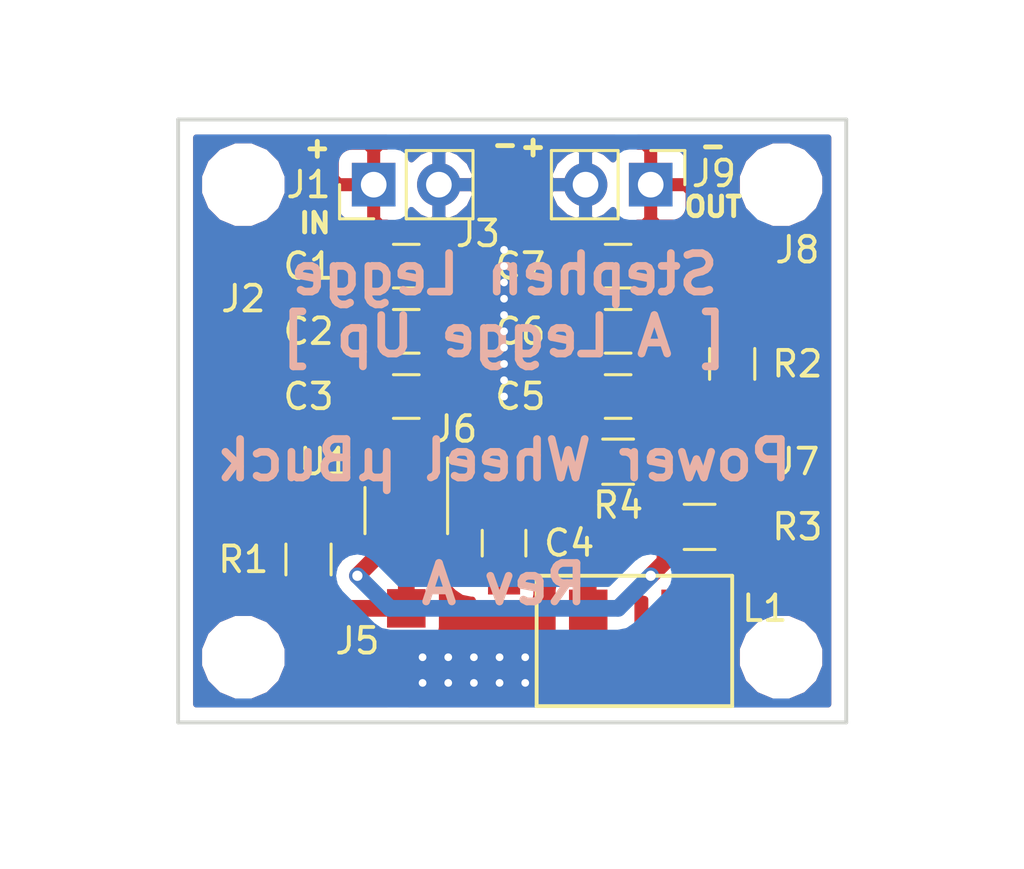
<source format=kicad_pcb>
(kicad_pcb (version 4) (host pcbnew 4.0.6)

  (general
    (links 52)
    (no_connects 0)
    (area 128.194999 76.124999 154.380001 99.770001)
    (thickness 1.6)
    (drawings 11)
    (tracks 39)
    (zones 0)
    (modules 45)
    (nets 9)
  )

  (page A4)
  (layers
    (0 F.Cu signal)
    (31 B.Cu signal)
    (32 B.Adhes user)
    (33 F.Adhes user)
    (34 B.Paste user)
    (35 F.Paste user)
    (36 B.SilkS user)
    (37 F.SilkS user)
    (38 B.Mask user)
    (39 F.Mask user)
    (40 Dwgs.User user)
    (41 Cmts.User user)
    (42 Eco1.User user)
    (43 Eco2.User user)
    (44 Edge.Cuts user)
    (45 Margin user)
    (46 B.CrtYd user)
    (47 F.CrtYd user)
    (48 B.Fab user)
    (49 F.Fab user)
  )

  (setup
    (last_trace_width 0.25)
    (user_trace_width 0.3)
    (user_trace_width 0.35)
    (user_trace_width 0.4)
    (user_trace_width 0.45)
    (user_trace_width 0.5)
    (user_trace_width 0.55)
    (user_trace_width 0.6)
    (user_trace_width 0.65)
    (trace_clearance 0.2)
    (zone_clearance 0.508)
    (zone_45_only no)
    (trace_min 0.2)
    (segment_width 0.2)
    (edge_width 0.15)
    (via_size 0.6)
    (via_drill 0.4)
    (via_min_size 0.4)
    (via_min_drill 0.3)
    (uvia_size 0.3)
    (uvia_drill 0.1)
    (uvias_allowed no)
    (uvia_min_size 0.2)
    (uvia_min_drill 0.1)
    (pcb_text_width 0.3)
    (pcb_text_size 1.5 1.5)
    (mod_edge_width 0.15)
    (mod_text_size 1 1)
    (mod_text_width 0.15)
    (pad_size 0.6 0.6)
    (pad_drill 0.3)
    (pad_to_mask_clearance 0)
    (aux_axis_origin 0 0)
    (visible_elements 7FFFFFFF)
    (pcbplotparams
      (layerselection 0x00030_80000001)
      (usegerberextensions false)
      (excludeedgelayer true)
      (linewidth 0.100000)
      (plotframeref false)
      (viasonmask false)
      (mode 1)
      (useauxorigin false)
      (hpglpennumber 1)
      (hpglpenspeed 20)
      (hpglpendiameter 15)
      (hpglpenoverlay 2)
      (psnegative false)
      (psa4output false)
      (plotreference true)
      (plotvalue true)
      (plotinvisibletext false)
      (padsonsilk false)
      (subtractmaskfromsilk false)
      (outputformat 1)
      (mirror false)
      (drillshape 1)
      (scaleselection 1)
      (outputdirectory ""))
  )

  (net 0 "")
  (net 1 "Net-(C1-Pad1)")
  (net 2 GND)
  (net 3 "Net-(C4-Pad1)")
  (net 4 "Net-(C4-Pad2)")
  (net 5 "Net-(C5-Pad2)")
  (net 6 "Net-(J7-Pad1)")
  (net 7 "Net-(R3-Pad2)")
  (net 8 "Net-(J5-Pad1)")

  (net_class Default "This is the default net class."
    (clearance 0.2)
    (trace_width 0.25)
    (via_dia 0.6)
    (via_drill 0.4)
    (uvia_dia 0.3)
    (uvia_drill 0.1)
    (add_net GND)
    (add_net "Net-(C1-Pad1)")
    (add_net "Net-(C4-Pad1)")
    (add_net "Net-(C4-Pad2)")
    (add_net "Net-(C5-Pad2)")
    (add_net "Net-(J5-Pad1)")
    (add_net "Net-(J7-Pad1)")
    (add_net "Net-(R3-Pad2)")
  )

  (module Mounting_Holes:MountingHole_2.2mm_M2 (layer F.Cu) (tedit 59489F9D) (tstamp 5948ACD8)
    (at 151.765 97.155)
    (descr "Mounting Hole 2.2mm, no annular, M2")
    (tags "mounting hole 2.2mm no annular m2")
    (fp_text reference REF** (at 0 -3.2) (layer F.SilkS) hide
      (effects (font (size 1 1) (thickness 0.15)))
    )
    (fp_text value MountingHole_2.2mm_M2 (at 0 3.2) (layer F.Fab)
      (effects (font (size 1 1) (thickness 0.15)))
    )
    (fp_circle (center 0 0) (end 2.2 0) (layer Cmts.User) (width 0.15))
    (fp_circle (center 0 0) (end 2.45 0) (layer F.CrtYd) (width 0.05))
    (pad 1 np_thru_hole circle (at 0 0) (size 2.2 2.2) (drill 2.2) (layers *.Cu *.Mask))
  )

  (module Mounting_Holes:MountingHole_2.2mm_M2 (layer F.Cu) (tedit 59489FA9) (tstamp 5948ACCF)
    (at 130.81 97.155)
    (descr "Mounting Hole 2.2mm, no annular, M2")
    (tags "mounting hole 2.2mm no annular m2")
    (fp_text reference REF** (at 0 -3.2) (layer F.SilkS) hide
      (effects (font (size 1 1) (thickness 0.15)))
    )
    (fp_text value MountingHole_2.2mm_M2 (at 0 3.2) (layer F.Fab)
      (effects (font (size 1 1) (thickness 0.15)))
    )
    (fp_circle (center 0 0) (end 2.2 0) (layer Cmts.User) (width 0.15))
    (fp_circle (center 0 0) (end 2.45 0) (layer F.CrtYd) (width 0.05))
    (pad 1 np_thru_hole circle (at 0 0) (size 2.2 2.2) (drill 2.2) (layers *.Cu *.Mask))
  )

  (module Mounting_Holes:MountingHole_2.2mm_M2 (layer F.Cu) (tedit 59489F95) (tstamp 5948ACB4)
    (at 151.765 78.74)
    (descr "Mounting Hole 2.2mm, no annular, M2")
    (tags "mounting hole 2.2mm no annular m2")
    (fp_text reference REF** (at 0 -3.2) (layer F.SilkS) hide
      (effects (font (size 1 1) (thickness 0.15)))
    )
    (fp_text value MountingHole_2.2mm_M2 (at 0 3.2) (layer F.Fab)
      (effects (font (size 1 1) (thickness 0.15)))
    )
    (fp_circle (center 0 0) (end 2.2 0) (layer Cmts.User) (width 0.15))
    (fp_circle (center 0 0) (end 2.45 0) (layer F.CrtYd) (width 0.05))
    (pad 1 np_thru_hole circle (at 0 0) (size 2.2 2.2) (drill 2.2) (layers *.Cu *.Mask))
  )

  (module Extras:VIA-0.6mm (layer F.Cu) (tedit 59489CFC) (tstamp 5948AC93)
    (at 140.97 86.995)
    (fp_text reference REF** (at 0 1.27) (layer F.SilkS) hide
      (effects (font (size 1 1) (thickness 0.15)))
    )
    (fp_text value VIA-0.6mm (at 0 -1.27) (layer F.Fab) hide
      (effects (font (size 1 1) (thickness 0.15)))
    )
    (pad 1 thru_hole circle (at 0 0) (size 0.6 0.6) (drill 0.3) (layers *.Cu)
      (net 2 GND) (zone_connect 2))
  )

  (module Extras:VIA-0.6mm (layer F.Cu) (tedit 59489CFC) (tstamp 5948AC8E)
    (at 140.97 86.36)
    (fp_text reference REF** (at 0 1.27) (layer F.SilkS) hide
      (effects (font (size 1 1) (thickness 0.15)))
    )
    (fp_text value VIA-0.6mm (at 0 -1.27) (layer F.Fab) hide
      (effects (font (size 1 1) (thickness 0.15)))
    )
    (pad 1 thru_hole circle (at 0 0) (size 0.6 0.6) (drill 0.3) (layers *.Cu)
      (net 2 GND) (zone_connect 2))
  )

  (module Extras:VIA-0.6mm (layer F.Cu) (tedit 59489CFC) (tstamp 5948AC89)
    (at 140.97 85.725)
    (fp_text reference REF** (at 0 1.27) (layer F.SilkS) hide
      (effects (font (size 1 1) (thickness 0.15)))
    )
    (fp_text value VIA-0.6mm (at 0 -1.27) (layer F.Fab) hide
      (effects (font (size 1 1) (thickness 0.15)))
    )
    (pad 1 thru_hole circle (at 0 0) (size 0.6 0.6) (drill 0.3) (layers *.Cu)
      (net 2 GND) (zone_connect 2))
  )

  (module Extras:VIA-0.6mm (layer F.Cu) (tedit 59489CFC) (tstamp 5948AC84)
    (at 140.97 85.09)
    (fp_text reference REF** (at 0 1.27) (layer F.SilkS) hide
      (effects (font (size 1 1) (thickness 0.15)))
    )
    (fp_text value VIA-0.6mm (at 0 -1.27) (layer F.Fab) hide
      (effects (font (size 1 1) (thickness 0.15)))
    )
    (pad 1 thru_hole circle (at 0 0) (size 0.6 0.6) (drill 0.3) (layers *.Cu)
      (net 2 GND) (zone_connect 2))
  )

  (module Extras:VIA-0.6mm (layer F.Cu) (tedit 59489CFC) (tstamp 5948AC7F)
    (at 140.97 84.455)
    (fp_text reference REF** (at 0 1.27) (layer F.SilkS) hide
      (effects (font (size 1 1) (thickness 0.15)))
    )
    (fp_text value VIA-0.6mm (at 0 -1.27) (layer F.Fab) hide
      (effects (font (size 1 1) (thickness 0.15)))
    )
    (pad 1 thru_hole circle (at 0 0) (size 0.6 0.6) (drill 0.3) (layers *.Cu)
      (net 2 GND) (zone_connect 2))
  )

  (module Extras:VIA-0.6mm (layer F.Cu) (tedit 59489CFC) (tstamp 5948AC7A)
    (at 140.97 83.82)
    (fp_text reference REF** (at 0 1.27) (layer F.SilkS) hide
      (effects (font (size 1 1) (thickness 0.15)))
    )
    (fp_text value VIA-0.6mm (at 0 -1.27) (layer F.Fab) hide
      (effects (font (size 1 1) (thickness 0.15)))
    )
    (pad 1 thru_hole circle (at 0 0) (size 0.6 0.6) (drill 0.3) (layers *.Cu)
      (net 2 GND) (zone_connect 2))
  )

  (module Extras:VIA-0.6mm (layer F.Cu) (tedit 59489CFC) (tstamp 5948AC75)
    (at 140.97 83.185)
    (fp_text reference REF** (at 0 1.27) (layer F.SilkS) hide
      (effects (font (size 1 1) (thickness 0.15)))
    )
    (fp_text value VIA-0.6mm (at 0 -1.27) (layer F.Fab) hide
      (effects (font (size 1 1) (thickness 0.15)))
    )
    (pad 1 thru_hole circle (at 0 0) (size 0.6 0.6) (drill 0.3) (layers *.Cu)
      (net 2 GND) (zone_connect 2))
  )

  (module Extras:VIA-0.6mm (layer F.Cu) (tedit 59489CFC) (tstamp 5948AC70)
    (at 140.97 82.55)
    (fp_text reference REF** (at 0 1.27) (layer F.SilkS) hide
      (effects (font (size 1 1) (thickness 0.15)))
    )
    (fp_text value VIA-0.6mm (at 0 -1.27) (layer F.Fab) hide
      (effects (font (size 1 1) (thickness 0.15)))
    )
    (pad 1 thru_hole circle (at 0 0) (size 0.6 0.6) (drill 0.3) (layers *.Cu)
      (net 2 GND) (zone_connect 2))
  )

  (module Extras:VIA-0.6mm (layer F.Cu) (tedit 59489CFC) (tstamp 5948AC6B)
    (at 140.97 81.915)
    (fp_text reference REF** (at 0 1.27) (layer F.SilkS) hide
      (effects (font (size 1 1) (thickness 0.15)))
    )
    (fp_text value VIA-0.6mm (at 0 -1.27) (layer F.Fab) hide
      (effects (font (size 1 1) (thickness 0.15)))
    )
    (pad 1 thru_hole circle (at 0 0) (size 0.6 0.6) (drill 0.3) (layers *.Cu)
      (net 2 GND) (zone_connect 2))
  )

  (module Extras:VIA-0.6mm (layer F.Cu) (tedit 59489CFC) (tstamp 5948AC64)
    (at 140.97 81.28)
    (fp_text reference REF** (at 0 1.27) (layer F.SilkS) hide
      (effects (font (size 1 1) (thickness 0.15)))
    )
    (fp_text value VIA-0.6mm (at 0 -1.27) (layer F.Fab) hide
      (effects (font (size 1 1) (thickness 0.15)))
    )
    (pad 1 thru_hole circle (at 0 0) (size 0.6 0.6) (drill 0.3) (layers *.Cu)
      (net 2 GND) (zone_connect 2))
  )

  (module Extras:VIA-0.6mm (layer F.Cu) (tedit 59489CFC) (tstamp 5948AC1F)
    (at 141.795 98.155)
    (fp_text reference REF** (at 0 1.27) (layer F.SilkS) hide
      (effects (font (size 1 1) (thickness 0.15)))
    )
    (fp_text value VIA-0.6mm (at 0 -1.27) (layer F.Fab) hide
      (effects (font (size 1 1) (thickness 0.15)))
    )
    (pad 1 thru_hole circle (at 0 0) (size 0.6 0.6) (drill 0.3) (layers *.Cu)
      (net 2 GND) (zone_connect 2))
  )

  (module Extras:VIA-0.6mm (layer F.Cu) (tedit 59489CFC) (tstamp 5948AC1B)
    (at 140.795 98.155)
    (fp_text reference REF** (at 0 1.27) (layer F.SilkS) hide
      (effects (font (size 1 1) (thickness 0.15)))
    )
    (fp_text value VIA-0.6mm (at 0 -1.27) (layer F.Fab) hide
      (effects (font (size 1 1) (thickness 0.15)))
    )
    (pad 1 thru_hole circle (at 0 0) (size 0.6 0.6) (drill 0.3) (layers *.Cu)
      (net 2 GND) (zone_connect 2))
  )

  (module Extras:VIA-0.6mm (layer F.Cu) (tedit 59489CFC) (tstamp 5948AC17)
    (at 139.795 98.155)
    (fp_text reference REF** (at 0 1.27) (layer F.SilkS) hide
      (effects (font (size 1 1) (thickness 0.15)))
    )
    (fp_text value VIA-0.6mm (at 0 -1.27) (layer F.Fab) hide
      (effects (font (size 1 1) (thickness 0.15)))
    )
    (pad 1 thru_hole circle (at 0 0) (size 0.6 0.6) (drill 0.3) (layers *.Cu)
      (net 2 GND) (zone_connect 2))
  )

  (module Extras:VIA-0.6mm (layer F.Cu) (tedit 59489CFC) (tstamp 5948AC13)
    (at 138.795 98.155)
    (fp_text reference REF** (at 0 1.27) (layer F.SilkS) hide
      (effects (font (size 1 1) (thickness 0.15)))
    )
    (fp_text value VIA-0.6mm (at 0 -1.27) (layer F.Fab) hide
      (effects (font (size 1 1) (thickness 0.15)))
    )
    (pad 1 thru_hole circle (at 0 0) (size 0.6 0.6) (drill 0.3) (layers *.Cu)
      (net 2 GND) (zone_connect 2))
  )

  (module Extras:VIA-0.6mm (layer F.Cu) (tedit 59489CFC) (tstamp 5948AC0F)
    (at 137.795 98.155)
    (fp_text reference REF** (at 0 1.27) (layer F.SilkS) hide
      (effects (font (size 1 1) (thickness 0.15)))
    )
    (fp_text value VIA-0.6mm (at 0 -1.27) (layer F.Fab) hide
      (effects (font (size 1 1) (thickness 0.15)))
    )
    (pad 1 thru_hole circle (at 0 0) (size 0.6 0.6) (drill 0.3) (layers *.Cu)
      (net 2 GND) (zone_connect 2))
  )

  (module Extras:VIA-0.6mm (layer F.Cu) (tedit 59489CFC) (tstamp 5948AC0B)
    (at 141.795 97.155)
    (fp_text reference REF** (at 0 1.27) (layer F.SilkS) hide
      (effects (font (size 1 1) (thickness 0.15)))
    )
    (fp_text value VIA-0.6mm (at 0 -1.27) (layer F.Fab) hide
      (effects (font (size 1 1) (thickness 0.15)))
    )
    (pad 1 thru_hole circle (at 0 0) (size 0.6 0.6) (drill 0.3) (layers *.Cu)
      (net 2 GND) (zone_connect 2))
  )

  (module Extras:VIA-0.6mm (layer F.Cu) (tedit 59489CFC) (tstamp 5948AC07)
    (at 140.795 97.155)
    (fp_text reference REF** (at 0 1.27) (layer F.SilkS) hide
      (effects (font (size 1 1) (thickness 0.15)))
    )
    (fp_text value VIA-0.6mm (at 0 -1.27) (layer F.Fab) hide
      (effects (font (size 1 1) (thickness 0.15)))
    )
    (pad 1 thru_hole circle (at 0 0) (size 0.6 0.6) (drill 0.3) (layers *.Cu)
      (net 2 GND) (zone_connect 2))
  )

  (module Extras:VIA-0.6mm (layer F.Cu) (tedit 59489CFC) (tstamp 5948AC03)
    (at 139.795 97.155)
    (fp_text reference REF** (at 0 1.27) (layer F.SilkS) hide
      (effects (font (size 1 1) (thickness 0.15)))
    )
    (fp_text value VIA-0.6mm (at 0 -1.27) (layer F.Fab) hide
      (effects (font (size 1 1) (thickness 0.15)))
    )
    (pad 1 thru_hole circle (at 0 0) (size 0.6 0.6) (drill 0.3) (layers *.Cu)
      (net 2 GND) (zone_connect 2))
  )

  (module Extras:VIA-0.6mm (layer F.Cu) (tedit 59489CFC) (tstamp 5948ABFF)
    (at 138.795 97.155)
    (fp_text reference REF** (at 0 1.27) (layer F.SilkS) hide
      (effects (font (size 1 1) (thickness 0.15)))
    )
    (fp_text value VIA-0.6mm (at 0 -1.27) (layer F.Fab) hide
      (effects (font (size 1 1) (thickness 0.15)))
    )
    (pad 1 thru_hole circle (at 0 0) (size 0.6 0.6) (drill 0.3) (layers *.Cu)
      (net 2 GND) (zone_connect 2))
  )

  (module Capacitors_SMD:C_0805_HandSoldering (layer F.Cu) (tedit 5948A1BB) (tstamp 59476D15)
    (at 137.16 81.915)
    (descr "Capacitor SMD 0805, hand soldering")
    (tags "capacitor 0805")
    (path /59461A32)
    (attr smd)
    (fp_text reference C1 (at -3.81 0) (layer F.SilkS)
      (effects (font (size 1 1) (thickness 0.15)))
    )
    (fp_text value 0.1u (at 0 1.75) (layer F.Fab)
      (effects (font (size 1 1) (thickness 0.15)))
    )
    (fp_text user %R (at -3.81 0) (layer F.Fab)
      (effects (font (size 1 1) (thickness 0.15)))
    )
    (fp_line (start -1 0.62) (end -1 -0.62) (layer F.Fab) (width 0.1))
    (fp_line (start 1 0.62) (end -1 0.62) (layer F.Fab) (width 0.1))
    (fp_line (start 1 -0.62) (end 1 0.62) (layer F.Fab) (width 0.1))
    (fp_line (start -1 -0.62) (end 1 -0.62) (layer F.Fab) (width 0.1))
    (fp_line (start 0.5 -0.85) (end -0.5 -0.85) (layer F.SilkS) (width 0.12))
    (fp_line (start -0.5 0.85) (end 0.5 0.85) (layer F.SilkS) (width 0.12))
    (fp_line (start -2.25 -0.88) (end 2.25 -0.88) (layer F.CrtYd) (width 0.05))
    (fp_line (start -2.25 -0.88) (end -2.25 0.87) (layer F.CrtYd) (width 0.05))
    (fp_line (start 2.25 0.87) (end 2.25 -0.88) (layer F.CrtYd) (width 0.05))
    (fp_line (start 2.25 0.87) (end -2.25 0.87) (layer F.CrtYd) (width 0.05))
    (pad 1 smd rect (at -1.25 0) (size 1.5 1.25) (layers F.Cu F.Paste F.Mask)
      (net 1 "Net-(C1-Pad1)"))
    (pad 2 smd rect (at 1.25 0) (size 1.5 1.25) (layers F.Cu F.Paste F.Mask)
      (net 2 GND))
    (model Capacitors_SMD.3dshapes/C_0805.wrl
      (at (xyz 0 0 0))
      (scale (xyz 1 1 1))
      (rotate (xyz 0 0 0))
    )
  )

  (module Capacitors_SMD:C_0805_HandSoldering (layer F.Cu) (tedit 5948A1E3) (tstamp 59476D1B)
    (at 137.16 84.455)
    (descr "Capacitor SMD 0805, hand soldering")
    (tags "capacitor 0805")
    (path /59461A72)
    (attr smd)
    (fp_text reference C2 (at -3.81 0) (layer F.SilkS)
      (effects (font (size 1 1) (thickness 0.15)))
    )
    (fp_text value 10u (at 0 1.75) (layer F.Fab)
      (effects (font (size 1 1) (thickness 0.15)))
    )
    (fp_text user %R (at -3.81 0) (layer F.Fab)
      (effects (font (size 1 1) (thickness 0.15)))
    )
    (fp_line (start -1 0.62) (end -1 -0.62) (layer F.Fab) (width 0.1))
    (fp_line (start 1 0.62) (end -1 0.62) (layer F.Fab) (width 0.1))
    (fp_line (start 1 -0.62) (end 1 0.62) (layer F.Fab) (width 0.1))
    (fp_line (start -1 -0.62) (end 1 -0.62) (layer F.Fab) (width 0.1))
    (fp_line (start 0.5 -0.85) (end -0.5 -0.85) (layer F.SilkS) (width 0.12))
    (fp_line (start -0.5 0.85) (end 0.5 0.85) (layer F.SilkS) (width 0.12))
    (fp_line (start -2.25 -0.88) (end 2.25 -0.88) (layer F.CrtYd) (width 0.05))
    (fp_line (start -2.25 -0.88) (end -2.25 0.87) (layer F.CrtYd) (width 0.05))
    (fp_line (start 2.25 0.87) (end 2.25 -0.88) (layer F.CrtYd) (width 0.05))
    (fp_line (start 2.25 0.87) (end -2.25 0.87) (layer F.CrtYd) (width 0.05))
    (pad 1 smd rect (at -1.25 0) (size 1.5 1.25) (layers F.Cu F.Paste F.Mask)
      (net 1 "Net-(C1-Pad1)"))
    (pad 2 smd rect (at 1.25 0) (size 1.5 1.25) (layers F.Cu F.Paste F.Mask)
      (net 2 GND))
    (model Capacitors_SMD.3dshapes/C_0805.wrl
      (at (xyz 0 0 0))
      (scale (xyz 1 1 1))
      (rotate (xyz 0 0 0))
    )
  )

  (module Capacitors_SMD:C_0805_HandSoldering (layer F.Cu) (tedit 5948A1EC) (tstamp 59476D21)
    (at 137.16 86.995)
    (descr "Capacitor SMD 0805, hand soldering")
    (tags "capacitor 0805")
    (path /59461A9E)
    (attr smd)
    (fp_text reference C3 (at -3.81 0) (layer F.SilkS)
      (effects (font (size 1 1) (thickness 0.15)))
    )
    (fp_text value 10u (at 0 1.75) (layer F.Fab)
      (effects (font (size 1 1) (thickness 0.15)))
    )
    (fp_text user %R (at -3.81 0) (layer F.Fab)
      (effects (font (size 1 1) (thickness 0.15)))
    )
    (fp_line (start -1 0.62) (end -1 -0.62) (layer F.Fab) (width 0.1))
    (fp_line (start 1 0.62) (end -1 0.62) (layer F.Fab) (width 0.1))
    (fp_line (start 1 -0.62) (end 1 0.62) (layer F.Fab) (width 0.1))
    (fp_line (start -1 -0.62) (end 1 -0.62) (layer F.Fab) (width 0.1))
    (fp_line (start 0.5 -0.85) (end -0.5 -0.85) (layer F.SilkS) (width 0.12))
    (fp_line (start -0.5 0.85) (end 0.5 0.85) (layer F.SilkS) (width 0.12))
    (fp_line (start -2.25 -0.88) (end 2.25 -0.88) (layer F.CrtYd) (width 0.05))
    (fp_line (start -2.25 -0.88) (end -2.25 0.87) (layer F.CrtYd) (width 0.05))
    (fp_line (start 2.25 0.87) (end 2.25 -0.88) (layer F.CrtYd) (width 0.05))
    (fp_line (start 2.25 0.87) (end -2.25 0.87) (layer F.CrtYd) (width 0.05))
    (pad 1 smd rect (at -1.25 0) (size 1.5 1.25) (layers F.Cu F.Paste F.Mask)
      (net 1 "Net-(C1-Pad1)"))
    (pad 2 smd rect (at 1.25 0) (size 1.5 1.25) (layers F.Cu F.Paste F.Mask)
      (net 2 GND))
    (model Capacitors_SMD.3dshapes/C_0805.wrl
      (at (xyz 0 0 0))
      (scale (xyz 1 1 1))
      (rotate (xyz 0 0 0))
    )
  )

  (module Capacitors_SMD:C_0805_HandSoldering (layer F.Cu) (tedit 5948A3EA) (tstamp 59476D27)
    (at 140.97 92.71 270)
    (descr "Capacitor SMD 0805, hand soldering")
    (tags "capacitor 0805")
    (path /5946268D)
    (attr smd)
    (fp_text reference C4 (at 0 -2.54 360) (layer F.SilkS)
      (effects (font (size 1 1) (thickness 0.15)))
    )
    (fp_text value 0.1u (at 0 1.75 270) (layer F.Fab)
      (effects (font (size 1 1) (thickness 0.15)))
    )
    (fp_text user %R (at 0 -2.54 360) (layer F.Fab)
      (effects (font (size 1 1) (thickness 0.15)))
    )
    (fp_line (start -1 0.62) (end -1 -0.62) (layer F.Fab) (width 0.1))
    (fp_line (start 1 0.62) (end -1 0.62) (layer F.Fab) (width 0.1))
    (fp_line (start 1 -0.62) (end 1 0.62) (layer F.Fab) (width 0.1))
    (fp_line (start -1 -0.62) (end 1 -0.62) (layer F.Fab) (width 0.1))
    (fp_line (start 0.5 -0.85) (end -0.5 -0.85) (layer F.SilkS) (width 0.12))
    (fp_line (start -0.5 0.85) (end 0.5 0.85) (layer F.SilkS) (width 0.12))
    (fp_line (start -2.25 -0.88) (end 2.25 -0.88) (layer F.CrtYd) (width 0.05))
    (fp_line (start -2.25 -0.88) (end -2.25 0.87) (layer F.CrtYd) (width 0.05))
    (fp_line (start 2.25 0.87) (end 2.25 -0.88) (layer F.CrtYd) (width 0.05))
    (fp_line (start 2.25 0.87) (end -2.25 0.87) (layer F.CrtYd) (width 0.05))
    (pad 1 smd rect (at -1.25 0 270) (size 1.5 1.25) (layers F.Cu F.Paste F.Mask)
      (net 3 "Net-(C4-Pad1)"))
    (pad 2 smd rect (at 1.25 0 270) (size 1.5 1.25) (layers F.Cu F.Paste F.Mask)
      (net 4 "Net-(C4-Pad2)"))
    (model Capacitors_SMD.3dshapes/C_0805.wrl
      (at (xyz 0 0 0))
      (scale (xyz 1 1 1))
      (rotate (xyz 0 0 0))
    )
  )

  (module Capacitors_SMD:C_0805_HandSoldering (layer F.Cu) (tedit 5948A472) (tstamp 59476D2D)
    (at 145.415 86.995)
    (descr "Capacitor SMD 0805, hand soldering")
    (tags "capacitor 0805")
    (path /594628EC)
    (attr smd)
    (fp_text reference C5 (at -3.81 0) (layer F.SilkS)
      (effects (font (size 1 1) (thickness 0.15)))
    )
    (fp_text value 22u (at 0 1.75) (layer F.Fab)
      (effects (font (size 1 1) (thickness 0.15)))
    )
    (fp_text user %R (at -3.81 0) (layer F.Fab)
      (effects (font (size 1 1) (thickness 0.15)))
    )
    (fp_line (start -1 0.62) (end -1 -0.62) (layer F.Fab) (width 0.1))
    (fp_line (start 1 0.62) (end -1 0.62) (layer F.Fab) (width 0.1))
    (fp_line (start 1 -0.62) (end 1 0.62) (layer F.Fab) (width 0.1))
    (fp_line (start -1 -0.62) (end 1 -0.62) (layer F.Fab) (width 0.1))
    (fp_line (start 0.5 -0.85) (end -0.5 -0.85) (layer F.SilkS) (width 0.12))
    (fp_line (start -0.5 0.85) (end 0.5 0.85) (layer F.SilkS) (width 0.12))
    (fp_line (start -2.25 -0.88) (end 2.25 -0.88) (layer F.CrtYd) (width 0.05))
    (fp_line (start -2.25 -0.88) (end -2.25 0.87) (layer F.CrtYd) (width 0.05))
    (fp_line (start 2.25 0.87) (end 2.25 -0.88) (layer F.CrtYd) (width 0.05))
    (fp_line (start 2.25 0.87) (end -2.25 0.87) (layer F.CrtYd) (width 0.05))
    (pad 1 smd rect (at -1.25 0) (size 1.5 1.25) (layers F.Cu F.Paste F.Mask)
      (net 2 GND))
    (pad 2 smd rect (at 1.25 0) (size 1.5 1.25) (layers F.Cu F.Paste F.Mask)
      (net 5 "Net-(C5-Pad2)"))
    (model Capacitors_SMD.3dshapes/C_0805.wrl
      (at (xyz 0 0 0))
      (scale (xyz 1 1 1))
      (rotate (xyz 0 0 0))
    )
  )

  (module Capacitors_SMD:C_0805_HandSoldering (layer F.Cu) (tedit 5948A4E9) (tstamp 59476D33)
    (at 145.415 84.455)
    (descr "Capacitor SMD 0805, hand soldering")
    (tags "capacitor 0805")
    (path /594629D0)
    (attr smd)
    (fp_text reference C6 (at -3.81 0) (layer F.SilkS)
      (effects (font (size 1 1) (thickness 0.15)))
    )
    (fp_text value 22u (at 0 1.75) (layer F.Fab)
      (effects (font (size 1 1) (thickness 0.15)))
    )
    (fp_text user %R (at -3.81 0) (layer F.Fab)
      (effects (font (size 1 1) (thickness 0.15)))
    )
    (fp_line (start -1 0.62) (end -1 -0.62) (layer F.Fab) (width 0.1))
    (fp_line (start 1 0.62) (end -1 0.62) (layer F.Fab) (width 0.1))
    (fp_line (start 1 -0.62) (end 1 0.62) (layer F.Fab) (width 0.1))
    (fp_line (start -1 -0.62) (end 1 -0.62) (layer F.Fab) (width 0.1))
    (fp_line (start 0.5 -0.85) (end -0.5 -0.85) (layer F.SilkS) (width 0.12))
    (fp_line (start -0.5 0.85) (end 0.5 0.85) (layer F.SilkS) (width 0.12))
    (fp_line (start -2.25 -0.88) (end 2.25 -0.88) (layer F.CrtYd) (width 0.05))
    (fp_line (start -2.25 -0.88) (end -2.25 0.87) (layer F.CrtYd) (width 0.05))
    (fp_line (start 2.25 0.87) (end 2.25 -0.88) (layer F.CrtYd) (width 0.05))
    (fp_line (start 2.25 0.87) (end -2.25 0.87) (layer F.CrtYd) (width 0.05))
    (pad 1 smd rect (at -1.25 0) (size 1.5 1.25) (layers F.Cu F.Paste F.Mask)
      (net 2 GND))
    (pad 2 smd rect (at 1.25 0) (size 1.5 1.25) (layers F.Cu F.Paste F.Mask)
      (net 5 "Net-(C5-Pad2)"))
    (model Capacitors_SMD.3dshapes/C_0805.wrl
      (at (xyz 0 0 0))
      (scale (xyz 1 1 1))
      (rotate (xyz 0 0 0))
    )
  )

  (module Capacitors_SMD:C_0805_HandSoldering (layer F.Cu) (tedit 5948A4FE) (tstamp 59476D39)
    (at 145.415 81.915)
    (descr "Capacitor SMD 0805, hand soldering")
    (tags "capacitor 0805")
    (path /59462A15)
    (attr smd)
    (fp_text reference C7 (at -3.81 0) (layer F.SilkS)
      (effects (font (size 1 1) (thickness 0.15)))
    )
    (fp_text value 22u (at 0 1.75) (layer F.Fab)
      (effects (font (size 1 1) (thickness 0.15)))
    )
    (fp_text user %R (at -3.81 0) (layer F.Fab)
      (effects (font (size 1 1) (thickness 0.15)))
    )
    (fp_line (start -1 0.62) (end -1 -0.62) (layer F.Fab) (width 0.1))
    (fp_line (start 1 0.62) (end -1 0.62) (layer F.Fab) (width 0.1))
    (fp_line (start 1 -0.62) (end 1 0.62) (layer F.Fab) (width 0.1))
    (fp_line (start -1 -0.62) (end 1 -0.62) (layer F.Fab) (width 0.1))
    (fp_line (start 0.5 -0.85) (end -0.5 -0.85) (layer F.SilkS) (width 0.12))
    (fp_line (start -0.5 0.85) (end 0.5 0.85) (layer F.SilkS) (width 0.12))
    (fp_line (start -2.25 -0.88) (end 2.25 -0.88) (layer F.CrtYd) (width 0.05))
    (fp_line (start -2.25 -0.88) (end -2.25 0.87) (layer F.CrtYd) (width 0.05))
    (fp_line (start 2.25 0.87) (end 2.25 -0.88) (layer F.CrtYd) (width 0.05))
    (fp_line (start 2.25 0.87) (end -2.25 0.87) (layer F.CrtYd) (width 0.05))
    (pad 1 smd rect (at -1.25 0) (size 1.5 1.25) (layers F.Cu F.Paste F.Mask)
      (net 2 GND))
    (pad 2 smd rect (at 1.25 0) (size 1.5 1.25) (layers F.Cu F.Paste F.Mask)
      (net 5 "Net-(C5-Pad2)"))
    (model Capacitors_SMD.3dshapes/C_0805.wrl
      (at (xyz 0 0 0))
      (scale (xyz 1 1 1))
      (rotate (xyz 0 0 0))
    )
  )

  (module Pin_Headers:Pin_Header_Straight_1x02_Pitch2.54mm (layer F.Cu) (tedit 5948A172) (tstamp 59476D3F)
    (at 135.89 78.74 90)
    (descr "Through hole straight pin header, 1x02, 2.54mm pitch, single row")
    (tags "Through hole pin header THT 1x02 2.54mm single row")
    (path /59461984)
    (fp_text reference J1 (at 0 -2.54 360) (layer F.SilkS)
      (effects (font (size 1 1) (thickness 0.15)))
    )
    (fp_text value CONN_01X02_MALE (at 0 4.87 90) (layer F.Fab)
      (effects (font (size 1 1) (thickness 0.15)))
    )
    (fp_line (start -1.27 -1.27) (end -1.27 3.81) (layer F.Fab) (width 0.1))
    (fp_line (start -1.27 3.81) (end 1.27 3.81) (layer F.Fab) (width 0.1))
    (fp_line (start 1.27 3.81) (end 1.27 -1.27) (layer F.Fab) (width 0.1))
    (fp_line (start 1.27 -1.27) (end -1.27 -1.27) (layer F.Fab) (width 0.1))
    (fp_line (start -1.33 1.27) (end -1.33 3.87) (layer F.SilkS) (width 0.12))
    (fp_line (start -1.33 3.87) (end 1.33 3.87) (layer F.SilkS) (width 0.12))
    (fp_line (start 1.33 3.87) (end 1.33 1.27) (layer F.SilkS) (width 0.12))
    (fp_line (start 1.33 1.27) (end -1.33 1.27) (layer F.SilkS) (width 0.12))
    (fp_line (start -1.33 0) (end -1.33 -1.33) (layer F.SilkS) (width 0.12))
    (fp_line (start -1.33 -1.33) (end 0 -1.33) (layer F.SilkS) (width 0.12))
    (fp_line (start -1.8 -1.8) (end -1.8 4.35) (layer F.CrtYd) (width 0.05))
    (fp_line (start -1.8 4.35) (end 1.8 4.35) (layer F.CrtYd) (width 0.05))
    (fp_line (start 1.8 4.35) (end 1.8 -1.8) (layer F.CrtYd) (width 0.05))
    (fp_line (start 1.8 -1.8) (end -1.8 -1.8) (layer F.CrtYd) (width 0.05))
    (fp_text user %R (at 0 -2.54 180) (layer F.Fab)
      (effects (font (size 1 1) (thickness 0.15)))
    )
    (pad 1 thru_hole rect (at 0 0 90) (size 1.7 1.7) (drill 1) (layers *.Cu *.Mask)
      (net 1 "Net-(C1-Pad1)"))
    (pad 2 thru_hole oval (at 0 2.54 90) (size 1.7 1.7) (drill 1) (layers *.Cu *.Mask)
      (net 2 GND))
    (model ${KISYS3DMOD}/Pin_Headers.3dshapes/Pin_Header_Straight_1x02_Pitch2.54mm.wrl
      (at (xyz 0 -0.05 0))
      (scale (xyz 1 1 1))
      (rotate (xyz 0 0 90))
    )
  )

  (module Pin_Headers:Pin_Header_Straight_1x02_Pitch2.54mm (layer F.Cu) (tedit 5948BCE3) (tstamp 59476D6A)
    (at 146.685 78.74 270)
    (descr "Through hole straight pin header, 1x02, 2.54mm pitch, single row")
    (tags "Through hole pin header THT 1x02 2.54mm single row")
    (path /59463819)
    (fp_text reference J9 (at -0.4318 -2.4638 360) (layer F.SilkS)
      (effects (font (size 1 1) (thickness 0.15)))
    )
    (fp_text value CONN_01X02_MALE (at 0 4.87 270) (layer F.Fab)
      (effects (font (size 1 1) (thickness 0.15)))
    )
    (fp_line (start -1.27 -1.27) (end -1.27 3.81) (layer F.Fab) (width 0.1))
    (fp_line (start -1.27 3.81) (end 1.27 3.81) (layer F.Fab) (width 0.1))
    (fp_line (start 1.27 3.81) (end 1.27 -1.27) (layer F.Fab) (width 0.1))
    (fp_line (start 1.27 -1.27) (end -1.27 -1.27) (layer F.Fab) (width 0.1))
    (fp_line (start -1.33 1.27) (end -1.33 3.87) (layer F.SilkS) (width 0.12))
    (fp_line (start -1.33 3.87) (end 1.33 3.87) (layer F.SilkS) (width 0.12))
    (fp_line (start 1.33 3.87) (end 1.33 1.27) (layer F.SilkS) (width 0.12))
    (fp_line (start 1.33 1.27) (end -1.33 1.27) (layer F.SilkS) (width 0.12))
    (fp_line (start -1.33 0) (end -1.33 -1.33) (layer F.SilkS) (width 0.12))
    (fp_line (start -1.33 -1.33) (end 0 -1.33) (layer F.SilkS) (width 0.12))
    (fp_line (start -1.8 -1.8) (end -1.8 4.35) (layer F.CrtYd) (width 0.05))
    (fp_line (start -1.8 4.35) (end 1.8 4.35) (layer F.CrtYd) (width 0.05))
    (fp_line (start 1.8 4.35) (end 1.8 -1.8) (layer F.CrtYd) (width 0.05))
    (fp_line (start 1.8 -1.8) (end -1.8 -1.8) (layer F.CrtYd) (width 0.05))
    (fp_text user %R (at -0.4318 -2.4892 360) (layer F.Fab)
      (effects (font (size 1 1) (thickness 0.15)))
    )
    (pad 1 thru_hole rect (at 0 0 270) (size 1.7 1.7) (drill 1) (layers *.Cu *.Mask)
      (net 5 "Net-(C5-Pad2)"))
    (pad 2 thru_hole oval (at 0 2.54 270) (size 1.7 1.7) (drill 1) (layers *.Cu *.Mask)
      (net 2 GND))
    (model ${KISYS3DMOD}/Pin_Headers.3dshapes/Pin_Header_Straight_1x02_Pitch2.54mm.wrl
      (at (xyz 0 -0.05 0))
      (scale (xyz 1 1 1))
      (rotate (xyz 0 0 90))
    )
  )

  (module power-wheel-ubuck-passives:VLS5045EX (layer F.Cu) (tedit 5948A0C5) (tstamp 59476D79)
    (at 146.05 96.52 180)
    (path /594627D5)
    (fp_text reference L1 (at -5.08 1.27 180) (layer F.SilkS)
      (effects (font (size 1 1) (thickness 0.15)))
    )
    (fp_text value 3.3u (at 0 -3.81 180) (layer F.Fab)
      (effects (font (size 1 1) (thickness 0.15)))
    )
    (fp_line (start -3.81 -2.54) (end 3.81 -2.54) (layer F.SilkS) (width 0.15))
    (fp_line (start 3.81 -2.54) (end 3.81 2.54) (layer F.SilkS) (width 0.15))
    (fp_line (start 3.81 2.54) (end -3.81 2.54) (layer F.SilkS) (width 0.15))
    (fp_line (start -3.81 2.54) (end -3.81 -2.54) (layer F.SilkS) (width 0.15))
    (pad 1 smd rect (at -1.8 0 180) (size 1.5 4) (layers F.Cu F.Paste F.Mask)
      (net 5 "Net-(C5-Pad2)"))
    (pad 2 smd rect (at 1.8 0 180) (size 1.5 4) (layers F.Cu F.Paste F.Mask)
      (net 3 "Net-(C4-Pad1)"))
  )

  (module Resistors_SMD:R_0805_HandSoldering (layer F.Cu) (tedit 5948A3F0) (tstamp 59476D7F)
    (at 133.35 93.345 270)
    (descr "Resistor SMD 0805, hand soldering")
    (tags "resistor 0805")
    (path /59461AC4)
    (attr smd)
    (fp_text reference R1 (at 0 2.54 360) (layer F.SilkS)
      (effects (font (size 1 1) (thickness 0.15)))
    )
    (fp_text value 10K (at 0 1.75 270) (layer F.Fab)
      (effects (font (size 1 1) (thickness 0.15)))
    )
    (fp_text user %R (at 0 0 270) (layer F.Fab)
      (effects (font (size 0.5 0.5) (thickness 0.075)))
    )
    (fp_line (start -1 0.62) (end -1 -0.62) (layer F.Fab) (width 0.1))
    (fp_line (start 1 0.62) (end -1 0.62) (layer F.Fab) (width 0.1))
    (fp_line (start 1 -0.62) (end 1 0.62) (layer F.Fab) (width 0.1))
    (fp_line (start -1 -0.62) (end 1 -0.62) (layer F.Fab) (width 0.1))
    (fp_line (start 0.6 0.88) (end -0.6 0.88) (layer F.SilkS) (width 0.12))
    (fp_line (start -0.6 -0.88) (end 0.6 -0.88) (layer F.SilkS) (width 0.12))
    (fp_line (start -2.35 -0.9) (end 2.35 -0.9) (layer F.CrtYd) (width 0.05))
    (fp_line (start -2.35 -0.9) (end -2.35 0.9) (layer F.CrtYd) (width 0.05))
    (fp_line (start 2.35 0.9) (end 2.35 -0.9) (layer F.CrtYd) (width 0.05))
    (fp_line (start 2.35 0.9) (end -2.35 0.9) (layer F.CrtYd) (width 0.05))
    (pad 1 smd rect (at -1.35 0 270) (size 1.5 1.3) (layers F.Cu F.Paste F.Mask)
      (net 1 "Net-(C1-Pad1)"))
    (pad 2 smd rect (at 1.35 0 270) (size 1.5 1.3) (layers F.Cu F.Paste F.Mask)
      (net 8 "Net-(J5-Pad1)"))
    (model ${KISYS3DMOD}/Resistors_SMD.3dshapes/R_0805.wrl
      (at (xyz 0 0 0))
      (scale (xyz 1 1 1))
      (rotate (xyz 0 0 0))
    )
  )

  (module Resistors_SMD:R_0805_HandSoldering (layer F.Cu) (tedit 5948A32B) (tstamp 59476D85)
    (at 149.86 85.725 270)
    (descr "Resistor SMD 0805, hand soldering")
    (tags "resistor 0805")
    (path /59462CBC)
    (attr smd)
    (fp_text reference R2 (at 0 -2.54 360) (layer F.SilkS)
      (effects (font (size 1 1) (thickness 0.15)))
    )
    (fp_text value 0 (at 0 1.75 270) (layer F.Fab)
      (effects (font (size 1 1) (thickness 0.15)))
    )
    (fp_text user %R (at 0 0 270) (layer F.Fab)
      (effects (font (size 0.5 0.5) (thickness 0.075)))
    )
    (fp_line (start -1 0.62) (end -1 -0.62) (layer F.Fab) (width 0.1))
    (fp_line (start 1 0.62) (end -1 0.62) (layer F.Fab) (width 0.1))
    (fp_line (start 1 -0.62) (end 1 0.62) (layer F.Fab) (width 0.1))
    (fp_line (start -1 -0.62) (end 1 -0.62) (layer F.Fab) (width 0.1))
    (fp_line (start 0.6 0.88) (end -0.6 0.88) (layer F.SilkS) (width 0.12))
    (fp_line (start -0.6 -0.88) (end 0.6 -0.88) (layer F.SilkS) (width 0.12))
    (fp_line (start -2.35 -0.9) (end 2.35 -0.9) (layer F.CrtYd) (width 0.05))
    (fp_line (start -2.35 -0.9) (end -2.35 0.9) (layer F.CrtYd) (width 0.05))
    (fp_line (start 2.35 0.9) (end 2.35 -0.9) (layer F.CrtYd) (width 0.05))
    (fp_line (start 2.35 0.9) (end -2.35 0.9) (layer F.CrtYd) (width 0.05))
    (pad 1 smd rect (at -1.35 0 270) (size 1.5 1.3) (layers F.Cu F.Paste F.Mask)
      (net 5 "Net-(C5-Pad2)"))
    (pad 2 smd rect (at 1.35 0 270) (size 1.5 1.3) (layers F.Cu F.Paste F.Mask)
      (net 6 "Net-(J7-Pad1)"))
    (model ${KISYS3DMOD}/Resistors_SMD.3dshapes/R_0805.wrl
      (at (xyz 0 0 0))
      (scale (xyz 1 1 1))
      (rotate (xyz 0 0 0))
    )
  )

  (module Resistors_SMD:R_0805_HandSoldering (layer F.Cu) (tedit 5948A0D6) (tstamp 59476D8B)
    (at 148.59 92.075 180)
    (descr "Resistor SMD 0805, hand soldering")
    (tags "resistor 0805")
    (path /59462E2D)
    (attr smd)
    (fp_text reference R3 (at -3.81 0 180) (layer F.SilkS)
      (effects (font (size 1 1) (thickness 0.15)))
    )
    (fp_text value 54.9K (at 0 1.75 180) (layer F.Fab)
      (effects (font (size 1 1) (thickness 0.15)))
    )
    (fp_text user %R (at 0 0 180) (layer F.Fab)
      (effects (font (size 0.5 0.5) (thickness 0.075)))
    )
    (fp_line (start -1 0.62) (end -1 -0.62) (layer F.Fab) (width 0.1))
    (fp_line (start 1 0.62) (end -1 0.62) (layer F.Fab) (width 0.1))
    (fp_line (start 1 -0.62) (end 1 0.62) (layer F.Fab) (width 0.1))
    (fp_line (start -1 -0.62) (end 1 -0.62) (layer F.Fab) (width 0.1))
    (fp_line (start 0.6 0.88) (end -0.6 0.88) (layer F.SilkS) (width 0.12))
    (fp_line (start -0.6 -0.88) (end 0.6 -0.88) (layer F.SilkS) (width 0.12))
    (fp_line (start -2.35 -0.9) (end 2.35 -0.9) (layer F.CrtYd) (width 0.05))
    (fp_line (start -2.35 -0.9) (end -2.35 0.9) (layer F.CrtYd) (width 0.05))
    (fp_line (start 2.35 0.9) (end 2.35 -0.9) (layer F.CrtYd) (width 0.05))
    (fp_line (start 2.35 0.9) (end -2.35 0.9) (layer F.CrtYd) (width 0.05))
    (pad 1 smd rect (at -1.35 0 180) (size 1.5 1.3) (layers F.Cu F.Paste F.Mask)
      (net 6 "Net-(J7-Pad1)"))
    (pad 2 smd rect (at 1.35 0 180) (size 1.5 1.3) (layers F.Cu F.Paste F.Mask)
      (net 7 "Net-(R3-Pad2)"))
    (model ${KISYS3DMOD}/Resistors_SMD.3dshapes/R_0805.wrl
      (at (xyz 0 0 0))
      (scale (xyz 1 1 1))
      (rotate (xyz 0 0 0))
    )
  )

  (module Resistors_SMD:R_0805_HandSoldering (layer F.Cu) (tedit 58E0A804) (tstamp 59476D91)
    (at 145.415 89.535 180)
    (descr "Resistor SMD 0805, hand soldering")
    (tags "resistor 0805")
    (path /59462F5D)
    (attr smd)
    (fp_text reference R4 (at 0 -1.7 180) (layer F.SilkS)
      (effects (font (size 1 1) (thickness 0.15)))
    )
    (fp_text value 10K (at 0 1.75 180) (layer F.Fab)
      (effects (font (size 1 1) (thickness 0.15)))
    )
    (fp_text user %R (at 0 0 180) (layer F.Fab)
      (effects (font (size 0.5 0.5) (thickness 0.075)))
    )
    (fp_line (start -1 0.62) (end -1 -0.62) (layer F.Fab) (width 0.1))
    (fp_line (start 1 0.62) (end -1 0.62) (layer F.Fab) (width 0.1))
    (fp_line (start 1 -0.62) (end 1 0.62) (layer F.Fab) (width 0.1))
    (fp_line (start -1 -0.62) (end 1 -0.62) (layer F.Fab) (width 0.1))
    (fp_line (start 0.6 0.88) (end -0.6 0.88) (layer F.SilkS) (width 0.12))
    (fp_line (start -0.6 -0.88) (end 0.6 -0.88) (layer F.SilkS) (width 0.12))
    (fp_line (start -2.35 -0.9) (end 2.35 -0.9) (layer F.CrtYd) (width 0.05))
    (fp_line (start -2.35 -0.9) (end -2.35 0.9) (layer F.CrtYd) (width 0.05))
    (fp_line (start 2.35 0.9) (end 2.35 -0.9) (layer F.CrtYd) (width 0.05))
    (fp_line (start 2.35 0.9) (end -2.35 0.9) (layer F.CrtYd) (width 0.05))
    (pad 1 smd rect (at -1.35 0 180) (size 1.5 1.3) (layers F.Cu F.Paste F.Mask)
      (net 7 "Net-(R3-Pad2)"))
    (pad 2 smd rect (at 1.35 0 180) (size 1.5 1.3) (layers F.Cu F.Paste F.Mask)
      (net 2 GND))
    (model ${KISYS3DMOD}/Resistors_SMD.3dshapes/R_0805.wrl
      (at (xyz 0 0 0))
      (scale (xyz 1 1 1))
      (rotate (xyz 0 0 0))
    )
  )

  (module TO_SOT_Packages_SMD:SOT-23-6_Handsoldering (layer F.Cu) (tedit 5948A3F9) (tstamp 59476DA7)
    (at 137.16 91.44 270)
    (descr "6-pin SOT-23 package, Handsoldering")
    (tags "SOT-23-6 Handsoldering")
    (path /59461737)
    (attr smd)
    (fp_text reference U1 (at -1.905 3.175 360) (layer F.SilkS)
      (effects (font (size 1 1) (thickness 0.15)))
    )
    (fp_text value TPS563200DDCR (at 0 2.9 270) (layer F.Fab)
      (effects (font (size 1 1) (thickness 0.15)))
    )
    (fp_text user %R (at 0 0 270) (layer F.Fab)
      (effects (font (size 0.5 0.5) (thickness 0.075)))
    )
    (fp_line (start -0.9 1.61) (end 0.9 1.61) (layer F.SilkS) (width 0.12))
    (fp_line (start 0.9 -1.61) (end -2.05 -1.61) (layer F.SilkS) (width 0.12))
    (fp_line (start -2.4 1.8) (end -2.4 -1.8) (layer F.CrtYd) (width 0.05))
    (fp_line (start 2.4 1.8) (end -2.4 1.8) (layer F.CrtYd) (width 0.05))
    (fp_line (start 2.4 -1.8) (end 2.4 1.8) (layer F.CrtYd) (width 0.05))
    (fp_line (start -2.4 -1.8) (end 2.4 -1.8) (layer F.CrtYd) (width 0.05))
    (fp_line (start -0.9 -0.9) (end -0.25 -1.55) (layer F.Fab) (width 0.1))
    (fp_line (start 0.9 -1.55) (end -0.25 -1.55) (layer F.Fab) (width 0.1))
    (fp_line (start -0.9 -0.9) (end -0.9 1.55) (layer F.Fab) (width 0.1))
    (fp_line (start 0.9 1.55) (end -0.9 1.55) (layer F.Fab) (width 0.1))
    (fp_line (start 0.9 -1.55) (end 0.9 1.55) (layer F.Fab) (width 0.1))
    (pad 1 smd rect (at -1.35 -0.95 270) (size 1.56 0.65) (layers F.Cu F.Paste F.Mask)
      (net 2 GND))
    (pad 2 smd rect (at -1.35 0 270) (size 1.56 0.65) (layers F.Cu F.Paste F.Mask)
      (net 3 "Net-(C4-Pad1)"))
    (pad 3 smd rect (at -1.35 0.95 270) (size 1.56 0.65) (layers F.Cu F.Paste F.Mask)
      (net 1 "Net-(C1-Pad1)"))
    (pad 4 smd rect (at 1.35 0.95 270) (size 1.56 0.65) (layers F.Cu F.Paste F.Mask)
      (net 7 "Net-(R3-Pad2)"))
    (pad 6 smd rect (at 1.35 -0.95 270) (size 1.56 0.65) (layers F.Cu F.Paste F.Mask)
      (net 4 "Net-(C4-Pad2)"))
    (pad 5 smd rect (at 1.35 0 270) (size 1.56 0.65) (layers F.Cu F.Paste F.Mask)
      (net 8 "Net-(J5-Pad1)"))
    (model ${KISYS3DMOD}/TO_SOT_Packages_SMD.3dshapes/SOT-23-6.wrl
      (at (xyz 0 0 0))
      (scale (xyz 1 1 1))
      (rotate (xyz 0 0 0))
    )
  )

  (module Measurement_Points:Measurement_Point_Square-SMD-Pad_Small (layer F.Cu) (tedit 5948A182) (tstamp 59487725)
    (at 130.81 85.09)
    (descr "Mesurement Point, Square, SMD Pad,  1.5mm x 1.5mm,")
    (tags "Mesurement Point Square SMD Pad 1.5x1.5mm")
    (path /59461B0D)
    (attr virtual)
    (fp_text reference J2 (at 0 -1.905) (layer F.SilkS)
      (effects (font (size 1 1) (thickness 0.15)))
    )
    (fp_text value TEST_1P (at 0 2) (layer F.Fab)
      (effects (font (size 1 1) (thickness 0.15)))
    )
    (fp_line (start -1 -1) (end 1 -1) (layer F.CrtYd) (width 0.05))
    (fp_line (start 1 -1) (end 1 1) (layer F.CrtYd) (width 0.05))
    (fp_line (start 1 1) (end -1 1) (layer F.CrtYd) (width 0.05))
    (fp_line (start -1 1) (end -1 -1) (layer F.CrtYd) (width 0.05))
    (pad 1 smd rect (at 0 0) (size 1.5 1.5) (layers F.Cu F.Mask)
      (net 1 "Net-(C1-Pad1)"))
  )

  (module Measurement_Points:Measurement_Point_Square-SMD-Pad_Small (layer F.Cu) (tedit 5948A586) (tstamp 59487729)
    (at 141.224 78.74)
    (descr "Mesurement Point, Square, SMD Pad,  1.5mm x 1.5mm,")
    (tags "Mesurement Point Square SMD Pad 1.5x1.5mm")
    (path /59461BAA)
    (attr virtual)
    (fp_text reference J3 (at -1.27 1.905) (layer F.SilkS)
      (effects (font (size 1 1) (thickness 0.15)))
    )
    (fp_text value TEST_1P (at 0 2) (layer F.Fab)
      (effects (font (size 1 1) (thickness 0.15)))
    )
    (fp_line (start -1 -1) (end 1 -1) (layer F.CrtYd) (width 0.05))
    (fp_line (start 1 -1) (end 1 1) (layer F.CrtYd) (width 0.05))
    (fp_line (start 1 1) (end -1 1) (layer F.CrtYd) (width 0.05))
    (fp_line (start -1 1) (end -1 -1) (layer F.CrtYd) (width 0.05))
    (pad 1 smd rect (at 0 0) (size 1.5 1.5) (layers F.Cu F.Mask)
      (net 2 GND))
  )

  (module Measurement_Points:Measurement_Point_Square-SMD-Pad_Small (layer F.Cu) (tedit 5948A225) (tstamp 5948772D)
    (at 137.16 95.25)
    (descr "Mesurement Point, Square, SMD Pad,  1.5mm x 1.5mm,")
    (tags "Mesurement Point Square SMD Pad 1.5x1.5mm")
    (path /5946217B)
    (attr virtual)
    (fp_text reference J5 (at -1.905 1.27) (layer F.SilkS)
      (effects (font (size 1 1) (thickness 0.15)))
    )
    (fp_text value TEST_1P (at 0 2) (layer F.Fab)
      (effects (font (size 1 1) (thickness 0.15)))
    )
    (fp_line (start -1 -1) (end 1 -1) (layer F.CrtYd) (width 0.05))
    (fp_line (start 1 -1) (end 1 1) (layer F.CrtYd) (width 0.05))
    (fp_line (start 1 1) (end -1 1) (layer F.CrtYd) (width 0.05))
    (fp_line (start -1 1) (end -1 -1) (layer F.CrtYd) (width 0.05))
    (pad 1 smd rect (at 0 0) (size 1.5 1.5) (layers F.Cu F.Mask)
      (net 8 "Net-(J5-Pad1)"))
  )

  (module Measurement_Points:Measurement_Point_Square-SMD-Pad_Small (layer F.Cu) (tedit 5948A547) (tstamp 59487731)
    (at 140.97 88.9)
    (descr "Mesurement Point, Square, SMD Pad,  1.5mm x 1.5mm,")
    (tags "Mesurement Point Square SMD Pad 1.5x1.5mm")
    (path /59462719)
    (attr virtual)
    (fp_text reference J6 (at -1.905 -0.635) (layer F.SilkS)
      (effects (font (size 1 1) (thickness 0.15)))
    )
    (fp_text value TEST_1P (at 0 2) (layer F.Fab)
      (effects (font (size 1 1) (thickness 0.15)))
    )
    (fp_line (start -1 -1) (end 1 -1) (layer F.CrtYd) (width 0.05))
    (fp_line (start 1 -1) (end 1 1) (layer F.CrtYd) (width 0.05))
    (fp_line (start 1 1) (end -1 1) (layer F.CrtYd) (width 0.05))
    (fp_line (start -1 1) (end -1 -1) (layer F.CrtYd) (width 0.05))
    (pad 1 smd rect (at 0 0) (size 1.5 1.5) (layers F.Cu F.Mask)
      (net 3 "Net-(C4-Pad1)"))
  )

  (module Measurement_Points:Measurement_Point_Square-SMD-Pad_Small (layer F.Cu) (tedit 5948A32E) (tstamp 59487735)
    (at 149.86 89.535)
    (descr "Mesurement Point, Square, SMD Pad,  1.5mm x 1.5mm,")
    (tags "Mesurement Point Square SMD Pad 1.5x1.5mm")
    (path /594630AA)
    (attr virtual)
    (fp_text reference J7 (at 2.54 0) (layer F.SilkS)
      (effects (font (size 1 1) (thickness 0.15)))
    )
    (fp_text value TEST_1P (at 0 2) (layer F.Fab)
      (effects (font (size 1 1) (thickness 0.15)))
    )
    (fp_line (start -1 -1) (end 1 -1) (layer F.CrtYd) (width 0.05))
    (fp_line (start 1 -1) (end 1 1) (layer F.CrtYd) (width 0.05))
    (fp_line (start 1 1) (end -1 1) (layer F.CrtYd) (width 0.05))
    (fp_line (start -1 1) (end -1 -1) (layer F.CrtYd) (width 0.05))
    (pad 1 smd rect (at 0 0) (size 1.5 1.5) (layers F.Cu F.Mask)
      (net 6 "Net-(J7-Pad1)"))
  )

  (module Measurement_Points:Measurement_Point_Square-SMD-Pad_Small (layer F.Cu) (tedit 5948A398) (tstamp 59487739)
    (at 149.86 81.28)
    (descr "Mesurement Point, Square, SMD Pad,  1.5mm x 1.5mm,")
    (tags "Mesurement Point Square SMD Pad 1.5x1.5mm")
    (path /59464272)
    (attr virtual)
    (fp_text reference J8 (at 2.54 0) (layer F.SilkS)
      (effects (font (size 1 1) (thickness 0.15)))
    )
    (fp_text value TEST_1P (at 0 2) (layer F.Fab)
      (effects (font (size 1 1) (thickness 0.15)))
    )
    (fp_line (start -1 -1) (end 1 -1) (layer F.CrtYd) (width 0.05))
    (fp_line (start 1 -1) (end 1 1) (layer F.CrtYd) (width 0.05))
    (fp_line (start 1 1) (end -1 1) (layer F.CrtYd) (width 0.05))
    (fp_line (start -1 1) (end -1 -1) (layer F.CrtYd) (width 0.05))
    (pad 1 smd rect (at 0 0) (size 1.5 1.5) (layers F.Cu F.Mask)
      (net 5 "Net-(C5-Pad2)"))
  )

  (module Extras:VIA-0.6mm (layer F.Cu) (tedit 59489CFC) (tstamp 5948ABEE)
    (at 137.795 97.155)
    (fp_text reference REF** (at 0 1.27) (layer F.SilkS) hide
      (effects (font (size 1 1) (thickness 0.15)))
    )
    (fp_text value VIA-0.6mm (at 0 -1.27) (layer F.Fab) hide
      (effects (font (size 1 1) (thickness 0.15)))
    )
    (pad 1 thru_hole circle (at 0 0) (size 0.6 0.6) (drill 0.3) (layers *.Cu)
      (net 2 GND) (zone_connect 2))
  )

  (module Mounting_Holes:MountingHole_2.2mm_M2 (layer F.Cu) (tedit 59489F8D) (tstamp 5948AC97)
    (at 130.81 78.74)
    (descr "Mounting Hole 2.2mm, no annular, M2")
    (tags "mounting hole 2.2mm no annular m2")
    (fp_text reference REF** (at 0 -3.2) (layer F.SilkS) hide
      (effects (font (size 1 1) (thickness 0.15)))
    )
    (fp_text value MountingHole_2.2mm_M2 (at 0 3.2) (layer F.Fab)
      (effects (font (size 1 1) (thickness 0.15)))
    )
    (fp_circle (center 0 0) (end 2.2 0) (layer Cmts.User) (width 0.15))
    (fp_circle (center 0 0) (end 2.45 0) (layer F.CrtYd) (width 0.05))
    (pad 1 np_thru_hole circle (at 0 0) (size 2.2 2.2) (drill 2.2) (layers *.Cu *.Mask))
  )

  (gr_text OUT (at 147.9042 79.6036) (layer F.SilkS) (tstamp 5948C162)
    (effects (font (size 0.762 0.762) (thickness 0.1905)) (justify left))
  )
  (gr_text IN (at 132.8928 80.2386) (layer F.SilkS)
    (effects (font (size 0.762 0.762) (thickness 0.1905)) (justify left))
  )
  (gr_text - (at 148.5138 77.216) (layer F.SilkS) (tstamp 5948C157)
    (effects (font (size 0.762 0.762) (thickness 0.1905)) (justify left))
  )
  (gr_text + (at 141.5034 77.2414) (layer F.SilkS) (tstamp 5948C155)
    (effects (font (size 0.762 0.762) (thickness 0.1905)) (justify left))
  )
  (gr_text - (at 140.4112 77.1652) (layer F.SilkS) (tstamp 5948C151)
    (effects (font (size 0.762 0.762) (thickness 0.1905)) (justify left))
  )
  (gr_text + (at 133.096 77.2922) (layer F.SilkS)
    (effects (font (size 0.762 0.762) (thickness 0.1905)) (justify left))
  )
  (gr_text "Stephen Legge\n[ A Legge Up ]\n\nPower Wheel μBuck\n\nRev A" (at 140.97 88.265) (layer B.SilkS)
    (effects (font (size 1.5 1.5) (thickness 0.3)) (justify mirror))
  )
  (gr_line (start 128.27 99.695) (end 128.27 76.2) (angle 90) (layer Edge.Cuts) (width 0.15))
  (gr_line (start 154.305 99.695) (end 128.27 99.695) (angle 90) (layer Edge.Cuts) (width 0.15))
  (gr_line (start 154.305 76.2) (end 154.305 99.695) (angle 90) (layer Edge.Cuts) (width 0.15))
  (gr_line (start 128.27 76.2) (end 154.305 76.2) (angle 90) (layer Edge.Cuts) (width 0.15))

  (segment (start 133.35 91.995) (end 133.35 91.44) (width 0.25) (layer F.Cu) (net 1))
  (segment (start 133.35 91.44) (end 134.7 90.09) (width 0.25) (layer F.Cu) (net 1) (tstamp 5947819C))
  (segment (start 134.7 90.09) (end 136.21 90.09) (width 0.25) (layer F.Cu) (net 1) (tstamp 5947819E))
  (segment (start 135.91 81.915) (end 135.89 81.915) (width 0.25) (layer F.Cu) (net 1) (status 30))
  (segment (start 135.91 78.76) (end 135.89 78.74) (width 0.25) (layer F.Cu) (net 1) (tstamp 59477089))
  (segment (start 138.11 90.09) (end 138.11 87.295) (width 0.65) (layer F.Cu) (net 2))
  (segment (start 138.11 87.295) (end 138.41 86.995) (width 0.65) (layer F.Cu) (net 2) (tstamp 59489202))
  (segment (start 138.41 89.79) (end 138.11 90.09) (width 0.25) (layer F.Cu) (net 2) (tstamp 5947813A))
  (segment (start 138.43 81.895) (end 138.41 81.915) (width 0.25) (layer F.Cu) (net 2) (tstamp 5947708F) (status 30))
  (segment (start 140.97 91.46) (end 142.26 91.46) (width 0.65) (layer F.Cu) (net 3))
  (segment (start 144.25 93.45) (end 144.25 96.52) (width 0.65) (layer F.Cu) (net 3) (tstamp 5948939B))
  (segment (start 142.26 91.46) (end 144.25 93.45) (width 0.65) (layer F.Cu) (net 3) (tstamp 59489399))
  (segment (start 140.97 88.9) (end 140.97 89.535) (width 0.5) (layer F.Cu) (net 3))
  (segment (start 140.97 89.535) (end 139.065 91.44) (width 0.5) (layer F.Cu) (net 3) (tstamp 594891EB))
  (segment (start 137.16 91.44) (end 137.16 90.09) (width 0.5) (layer F.Cu) (net 3) (tstamp 594891F2))
  (segment (start 139.065 91.44) (end 137.16 91.44) (width 0.5) (layer F.Cu) (net 3) (tstamp 594891EF))
  (segment (start 140.97 88.9) (end 140.97 91.46) (width 0.65) (layer F.Cu) (net 3))
  (segment (start 138.11 92.79) (end 138.51 92.79) (width 0.65) (layer F.Cu) (net 4))
  (segment (start 139.68 93.96) (end 140.97 93.96) (width 0.65) (layer F.Cu) (net 4) (tstamp 59489256))
  (segment (start 138.51 92.79) (end 139.68 93.96) (width 0.65) (layer F.Cu) (net 4) (tstamp 59489252))
  (segment (start 149.86 89.535) (end 149.86 87.075) (width 0.65) (layer F.Cu) (net 6))
  (segment (start 149.94 92.075) (end 149.94 89.615) (width 0.65) (layer F.Cu) (net 6))
  (segment (start 149.94 89.615) (end 149.86 89.535) (width 0.65) (layer F.Cu) (net 6) (tstamp 594891CD))
  (segment (start 147.24 92.075) (end 147.24 93.425) (width 0.65) (layer F.Cu) (net 7))
  (segment (start 135.255 93.98) (end 136.21 93.025) (width 0.65) (layer F.Cu) (net 7) (tstamp 594892A9))
  (via (at 135.255 93.98) (size 0.6) (drill 0.4) (layers F.Cu B.Cu) (net 7))
  (segment (start 136.525 95.25) (end 135.255 93.98) (width 0.65) (layer B.Cu) (net 7) (tstamp 5948929E))
  (segment (start 145.415 95.25) (end 136.525 95.25) (width 0.65) (layer B.Cu) (net 7) (tstamp 59489292))
  (segment (start 146.685 93.98) (end 145.415 95.25) (width 0.65) (layer B.Cu) (net 7) (tstamp 59489291))
  (via (at 146.685 93.98) (size 0.6) (drill 0.4) (layers F.Cu B.Cu) (net 7))
  (segment (start 147.24 93.425) (end 146.685 93.98) (width 0.65) (layer F.Cu) (net 7) (tstamp 5948928A))
  (segment (start 136.21 93.025) (end 136.21 92.79) (width 0.65) (layer F.Cu) (net 7) (tstamp 594892AA))
  (segment (start 147.24 92.075) (end 147.24 91.36) (width 0.65) (layer F.Cu) (net 7))
  (segment (start 146.765 90.885) (end 146.765 89.535) (width 0.65) (layer F.Cu) (net 7) (tstamp 594891CA))
  (segment (start 147.24 91.36) (end 146.765 90.885) (width 0.65) (layer F.Cu) (net 7) (tstamp 594891C9))
  (segment (start 137.16 92.79) (end 137.16 95.25) (width 0.65) (layer F.Cu) (net 8))
  (segment (start 133.35 94.695) (end 134.065 94.695) (width 0.65) (layer F.Cu) (net 8))
  (segment (start 134.065 94.695) (end 134.62 95.25) (width 0.65) (layer F.Cu) (net 8) (tstamp 5948AF77))
  (segment (start 134.62 95.25) (end 137.16 95.25) (width 0.65) (layer F.Cu) (net 8) (tstamp 5948AF78))

  (zone (net 1) (net_name "Net-(C1-Pad1)") (layer F.Cu) (tstamp 594770F5) (hatch edge 0.508)
    (connect_pads (clearance 0.508))
    (min_thickness 0.254)
    (fill yes (arc_segments 16) (thermal_gap 0.508) (thermal_bridge_width 0.508))
    (polygon
      (pts
        (xy 125.73 74.295) (xy 136.525 74.295) (xy 136.525 105.41) (xy 125.73 105.41)
      )
    )
    (filled_polygon
      (pts
        (xy 136.398 77.255) (xy 136.17575 77.255) (xy 136.017 77.41375) (xy 136.017 78.613) (xy 136.037 78.613)
        (xy 136.037 78.867) (xy 136.017 78.867) (xy 136.017 80.06625) (xy 136.17575 80.225) (xy 136.398 80.225)
        (xy 136.398 80.655) (xy 136.19575 80.655) (xy 136.037 80.81375) (xy 136.037 81.788) (xy 136.057 81.788)
        (xy 136.057 82.042) (xy 136.037 82.042) (xy 136.037 83.01625) (xy 136.19575 83.175) (xy 136.398 83.175)
        (xy 136.398 83.195) (xy 136.19575 83.195) (xy 136.037 83.35375) (xy 136.037 84.328) (xy 136.057 84.328)
        (xy 136.057 84.582) (xy 136.037 84.582) (xy 136.037 85.55625) (xy 136.19575 85.715) (xy 136.398 85.715)
        (xy 136.398 85.735) (xy 136.19575 85.735) (xy 136.037 85.89375) (xy 136.037 86.868) (xy 136.057 86.868)
        (xy 136.057 87.122) (xy 136.037 87.122) (xy 136.037 88.09625) (xy 136.19575 88.255) (xy 136.398 88.255)
        (xy 136.398 88.77275) (xy 136.337 88.83375) (xy 136.337 88.914051) (xy 136.238569 89.05811) (xy 136.18756 89.31)
        (xy 136.18756 90.237) (xy 136.083 90.237) (xy 136.083 90.217) (xy 135.40875 90.217) (xy 135.25 90.37575)
        (xy 135.25 90.996309) (xy 135.346673 91.229698) (xy 135.525301 91.408327) (xy 135.599565 91.439088) (xy 135.433559 91.54591)
        (xy 135.288569 91.75811) (xy 135.23756 92.01) (xy 135.23756 92.639795) (xy 134.576177 93.301177) (xy 134.505295 93.40726)
        (xy 134.462808 93.449673) (xy 134.448896 93.483177) (xy 134.25189 93.348569) (xy 134.21851 93.341809) (xy 134.359699 93.283327)
        (xy 134.538327 93.104698) (xy 134.635 92.871309) (xy 134.635 92.28075) (xy 134.47625 92.122) (xy 133.477 92.122)
        (xy 133.477 92.142) (xy 133.223 92.142) (xy 133.223 92.122) (xy 132.22375 92.122) (xy 132.065 92.28075)
        (xy 132.065 92.871309) (xy 132.161673 93.104698) (xy 132.340301 93.283327) (xy 132.476287 93.339654) (xy 132.464683 93.341838)
        (xy 132.248559 93.48091) (xy 132.103569 93.69311) (xy 132.05256 93.945) (xy 132.05256 95.445) (xy 132.096838 95.680317)
        (xy 132.23591 95.896441) (xy 132.44811 96.041431) (xy 132.7 96.09244) (xy 134 96.09244) (xy 134.145168 96.065125)
        (xy 134.186049 96.09244) (xy 134.252624 96.136924) (xy 134.62 96.210001) (xy 134.620005 96.21) (xy 135.802074 96.21)
        (xy 135.806838 96.235317) (xy 135.94591 96.451441) (xy 136.15811 96.596431) (xy 136.398 96.64501) (xy 136.398 98.985)
        (xy 128.98 98.985) (xy 128.98 97.498599) (xy 129.074699 97.498599) (xy 129.338281 98.136515) (xy 129.825918 98.625004)
        (xy 130.463373 98.889699) (xy 131.153599 98.890301) (xy 131.791515 98.626719) (xy 132.280004 98.139082) (xy 132.544699 97.501627)
        (xy 132.545301 96.811401) (xy 132.281719 96.173485) (xy 131.794082 95.684996) (xy 131.156627 95.420301) (xy 130.466401 95.419699)
        (xy 129.828485 95.683281) (xy 129.339996 96.170918) (xy 129.075301 96.808373) (xy 129.074699 97.498599) (xy 128.98 97.498599)
        (xy 128.98 91.118691) (xy 132.065 91.118691) (xy 132.065 91.70925) (xy 132.22375 91.868) (xy 133.223 91.868)
        (xy 133.223 90.76875) (xy 133.477 90.76875) (xy 133.477 91.868) (xy 134.47625 91.868) (xy 134.635 91.70925)
        (xy 134.635 91.118691) (xy 134.538327 90.885302) (xy 134.359699 90.706673) (xy 134.12631 90.61) (xy 133.63575 90.61)
        (xy 133.477 90.76875) (xy 133.223 90.76875) (xy 133.06425 90.61) (xy 132.57369 90.61) (xy 132.340301 90.706673)
        (xy 132.161673 90.885302) (xy 132.065 91.118691) (xy 128.98 91.118691) (xy 128.98 89.183691) (xy 135.25 89.183691)
        (xy 135.25 89.80425) (xy 135.40875 89.963) (xy 136.083 89.963) (xy 136.083 88.83375) (xy 135.92425 88.675)
        (xy 135.75869 88.675) (xy 135.525301 88.771673) (xy 135.346673 88.950302) (xy 135.25 89.183691) (xy 128.98 89.183691)
        (xy 128.98 87.28075) (xy 134.525 87.28075) (xy 134.525 87.74631) (xy 134.621673 87.979699) (xy 134.800302 88.158327)
        (xy 135.033691 88.255) (xy 135.62425 88.255) (xy 135.783 88.09625) (xy 135.783 87.122) (xy 134.68375 87.122)
        (xy 134.525 87.28075) (xy 128.98 87.28075) (xy 128.98 85.37575) (xy 129.425 85.37575) (xy 129.425 85.96631)
        (xy 129.521673 86.199699) (xy 129.700302 86.378327) (xy 129.933691 86.475) (xy 130.52425 86.475) (xy 130.683 86.31625)
        (xy 130.683 85.217) (xy 130.937 85.217) (xy 130.937 86.31625) (xy 131.09575 86.475) (xy 131.686309 86.475)
        (xy 131.919698 86.378327) (xy 132.054335 86.24369) (xy 134.525 86.24369) (xy 134.525 86.70925) (xy 134.68375 86.868)
        (xy 135.783 86.868) (xy 135.783 85.89375) (xy 135.62425 85.735) (xy 135.033691 85.735) (xy 134.800302 85.831673)
        (xy 134.621673 86.010301) (xy 134.525 86.24369) (xy 132.054335 86.24369) (xy 132.098327 86.199699) (xy 132.195 85.96631)
        (xy 132.195 85.37575) (xy 132.03625 85.217) (xy 130.937 85.217) (xy 130.683 85.217) (xy 129.58375 85.217)
        (xy 129.425 85.37575) (xy 128.98 85.37575) (xy 128.98 84.21369) (xy 129.425 84.21369) (xy 129.425 84.80425)
        (xy 129.58375 84.963) (xy 130.683 84.963) (xy 130.683 83.86375) (xy 130.937 83.86375) (xy 130.937 84.963)
        (xy 132.03625 84.963) (xy 132.195 84.80425) (xy 132.195 84.74075) (xy 134.525 84.74075) (xy 134.525 85.20631)
        (xy 134.621673 85.439699) (xy 134.800302 85.618327) (xy 135.033691 85.715) (xy 135.62425 85.715) (xy 135.783 85.55625)
        (xy 135.783 84.582) (xy 134.68375 84.582) (xy 134.525 84.74075) (xy 132.195 84.74075) (xy 132.195 84.21369)
        (xy 132.098327 83.980301) (xy 131.919698 83.801673) (xy 131.686309 83.705) (xy 131.09575 83.705) (xy 130.937 83.86375)
        (xy 130.683 83.86375) (xy 130.52425 83.705) (xy 129.933691 83.705) (xy 129.700302 83.801673) (xy 129.521673 83.980301)
        (xy 129.425 84.21369) (xy 128.98 84.21369) (xy 128.98 83.70369) (xy 134.525 83.70369) (xy 134.525 84.16925)
        (xy 134.68375 84.328) (xy 135.783 84.328) (xy 135.783 83.35375) (xy 135.62425 83.195) (xy 135.033691 83.195)
        (xy 134.800302 83.291673) (xy 134.621673 83.470301) (xy 134.525 83.70369) (xy 128.98 83.70369) (xy 128.98 82.20075)
        (xy 134.525 82.20075) (xy 134.525 82.66631) (xy 134.621673 82.899699) (xy 134.800302 83.078327) (xy 135.033691 83.175)
        (xy 135.62425 83.175) (xy 135.783 83.01625) (xy 135.783 82.042) (xy 134.68375 82.042) (xy 134.525 82.20075)
        (xy 128.98 82.20075) (xy 128.98 81.16369) (xy 134.525 81.16369) (xy 134.525 81.62925) (xy 134.68375 81.788)
        (xy 135.783 81.788) (xy 135.783 80.81375) (xy 135.62425 80.655) (xy 135.033691 80.655) (xy 134.800302 80.751673)
        (xy 134.621673 80.930301) (xy 134.525 81.16369) (xy 128.98 81.16369) (xy 128.98 79.083599) (xy 129.074699 79.083599)
        (xy 129.338281 79.721515) (xy 129.825918 80.210004) (xy 130.463373 80.474699) (xy 131.153599 80.475301) (xy 131.791515 80.211719)
        (xy 132.280004 79.724082) (xy 132.544699 79.086627) (xy 132.544752 79.02575) (xy 134.405 79.02575) (xy 134.405 79.716309)
        (xy 134.501673 79.949698) (xy 134.680301 80.128327) (xy 134.91369 80.225) (xy 135.60425 80.225) (xy 135.763 80.06625)
        (xy 135.763 78.867) (xy 134.56375 78.867) (xy 134.405 79.02575) (xy 132.544752 79.02575) (xy 132.545301 78.396401)
        (xy 132.283871 77.763691) (xy 134.405 77.763691) (xy 134.405 78.45425) (xy 134.56375 78.613) (xy 135.763 78.613)
        (xy 135.763 77.41375) (xy 135.60425 77.255) (xy 134.91369 77.255) (xy 134.680301 77.351673) (xy 134.501673 77.530302)
        (xy 134.405 77.763691) (xy 132.283871 77.763691) (xy 132.281719 77.758485) (xy 131.794082 77.269996) (xy 131.156627 77.005301)
        (xy 130.466401 77.004699) (xy 129.828485 77.268281) (xy 129.339996 77.755918) (xy 129.075301 78.393373) (xy 129.074699 79.083599)
        (xy 128.98 79.083599) (xy 128.98 76.91) (xy 136.398 76.91)
      )
    )
  )
  (zone (net 2) (net_name GND) (layer F.Cu) (tstamp 594771A2) (hatch edge 0.508)
    (connect_pads (clearance 0.508))
    (min_thickness 0.254)
    (fill yes (arc_segments 16) (thermal_gap 0.508) (thermal_bridge_width 0.508))
    (polygon
      (pts
        (xy 145.415 91.44) (xy 137.16 91.44) (xy 137.16 74.295) (xy 145.415 74.295)
      )
    )
    (filled_polygon
      (pts
        (xy 145.288 77.565765) (xy 145.238569 77.63811) (xy 145.216699 77.746107) (xy 144.911924 77.468355) (xy 144.50189 77.298524)
        (xy 144.272 77.419845) (xy 144.272 78.613) (xy 144.292 78.613) (xy 144.292 78.867) (xy 144.272 78.867)
        (xy 144.272 80.060155) (xy 144.50189 80.181476) (xy 144.911924 80.011645) (xy 145.214937 79.735499) (xy 145.231838 79.825317)
        (xy 145.288 79.912595) (xy 145.288 80.764975) (xy 145.274698 80.751673) (xy 145.041309 80.655) (xy 144.45075 80.655)
        (xy 144.292 80.81375) (xy 144.292 81.788) (xy 144.312 81.788) (xy 144.312 82.042) (xy 144.292 82.042)
        (xy 144.292 83.01625) (xy 144.45075 83.175) (xy 145.041309 83.175) (xy 145.274698 83.078327) (xy 145.288 83.065025)
        (xy 145.288 83.304975) (xy 145.274698 83.291673) (xy 145.041309 83.195) (xy 144.45075 83.195) (xy 144.292 83.35375)
        (xy 144.292 84.328) (xy 144.312 84.328) (xy 144.312 84.582) (xy 144.292 84.582) (xy 144.292 85.55625)
        (xy 144.45075 85.715) (xy 145.041309 85.715) (xy 145.274698 85.618327) (xy 145.288 85.605025) (xy 145.288 85.844975)
        (xy 145.274698 85.831673) (xy 145.041309 85.735) (xy 144.45075 85.735) (xy 144.292 85.89375) (xy 144.292 86.868)
        (xy 144.312 86.868) (xy 144.312 87.122) (xy 144.292 87.122) (xy 144.292 88.09625) (xy 144.44575 88.25)
        (xy 144.35075 88.25) (xy 144.192 88.40875) (xy 144.192 89.408) (xy 144.212 89.408) (xy 144.212 89.662)
        (xy 144.192 89.662) (xy 144.192 90.66125) (xy 144.35075 90.82) (xy 144.941309 90.82) (xy 145.174698 90.723327)
        (xy 145.288 90.610026) (xy 145.288 91.313) (xy 143.470646 91.313) (xy 142.938823 90.781177) (xy 142.627376 90.573076)
        (xy 142.26 90.499999) (xy 142.259995 90.5) (xy 142.202926 90.5) (xy 142.198162 90.474683) (xy 142.05909 90.258559)
        (xy 142.004692 90.22139) (xy 142.171441 90.11409) (xy 142.316431 89.90189) (xy 142.332862 89.82075) (xy 142.68 89.82075)
        (xy 142.68 90.31131) (xy 142.776673 90.544699) (xy 142.955302 90.723327) (xy 143.188691 90.82) (xy 143.77925 90.82)
        (xy 143.938 90.66125) (xy 143.938 89.662) (xy 142.83875 89.662) (xy 142.68 89.82075) (xy 142.332862 89.82075)
        (xy 142.36744 89.65) (xy 142.36744 88.75869) (xy 142.68 88.75869) (xy 142.68 89.24925) (xy 142.83875 89.408)
        (xy 143.938 89.408) (xy 143.938 88.40875) (xy 143.78425 88.255) (xy 143.87925 88.255) (xy 144.038 88.09625)
        (xy 144.038 87.122) (xy 142.93875 87.122) (xy 142.78 87.28075) (xy 142.78 87.74631) (xy 142.876673 87.979699)
        (xy 143.055302 88.158327) (xy 143.27662 88.25) (xy 143.188691 88.25) (xy 142.955302 88.346673) (xy 142.776673 88.525301)
        (xy 142.68 88.75869) (xy 142.36744 88.75869) (xy 142.36744 88.15) (xy 142.323162 87.914683) (xy 142.18409 87.698559)
        (xy 141.97189 87.553569) (xy 141.72 87.50256) (xy 140.22 87.50256) (xy 139.984683 87.546838) (xy 139.795 87.668896)
        (xy 139.795 87.28075) (xy 139.63625 87.122) (xy 138.537 87.122) (xy 138.537 88.09625) (xy 138.69575 88.255)
        (xy 139.286309 88.255) (xy 139.519698 88.158327) (xy 139.583869 88.094157) (xy 139.57256 88.15) (xy 139.57256 89.65)
        (xy 139.577447 89.675973) (xy 138.973835 90.279585) (xy 138.91125 90.217) (xy 138.237 90.217) (xy 138.237 90.237)
        (xy 138.13244 90.237) (xy 138.13244 89.31) (xy 138.088162 89.074683) (xy 137.983 88.911257) (xy 137.983 88.83375)
        (xy 138.237 88.83375) (xy 138.237 89.963) (xy 138.91125 89.963) (xy 139.07 89.80425) (xy 139.07 89.183691)
        (xy 138.973327 88.950302) (xy 138.794699 88.771673) (xy 138.56131 88.675) (xy 138.39575 88.675) (xy 138.237 88.83375)
        (xy 137.983 88.83375) (xy 137.82425 88.675) (xy 137.65869 88.675) (xy 137.621829 88.690268) (xy 137.485 88.66256)
        (xy 137.287 88.66256) (xy 137.287 88.145025) (xy 137.300302 88.158327) (xy 137.533691 88.255) (xy 138.12425 88.255)
        (xy 138.283 88.09625) (xy 138.283 87.122) (xy 138.263 87.122) (xy 138.263 86.868) (xy 138.283 86.868)
        (xy 138.283 85.89375) (xy 138.537 85.89375) (xy 138.537 86.868) (xy 139.63625 86.868) (xy 139.795 86.70925)
        (xy 139.795 86.24369) (xy 142.78 86.24369) (xy 142.78 86.70925) (xy 142.93875 86.868) (xy 144.038 86.868)
        (xy 144.038 85.89375) (xy 143.87925 85.735) (xy 143.288691 85.735) (xy 143.055302 85.831673) (xy 142.876673 86.010301)
        (xy 142.78 86.24369) (xy 139.795 86.24369) (xy 139.698327 86.010301) (xy 139.519698 85.831673) (xy 139.286309 85.735)
        (xy 138.69575 85.735) (xy 138.537 85.89375) (xy 138.283 85.89375) (xy 138.12425 85.735) (xy 137.533691 85.735)
        (xy 137.300302 85.831673) (xy 137.287 85.844975) (xy 137.287 85.605025) (xy 137.300302 85.618327) (xy 137.533691 85.715)
        (xy 138.12425 85.715) (xy 138.283 85.55625) (xy 138.283 84.582) (xy 138.537 84.582) (xy 138.537 85.55625)
        (xy 138.69575 85.715) (xy 139.286309 85.715) (xy 139.519698 85.618327) (xy 139.698327 85.439699) (xy 139.795 85.20631)
        (xy 139.795 84.74075) (xy 142.78 84.74075) (xy 142.78 85.20631) (xy 142.876673 85.439699) (xy 143.055302 85.618327)
        (xy 143.288691 85.715) (xy 143.87925 85.715) (xy 144.038 85.55625) (xy 144.038 84.582) (xy 142.93875 84.582)
        (xy 142.78 84.74075) (xy 139.795 84.74075) (xy 139.63625 84.582) (xy 138.537 84.582) (xy 138.283 84.582)
        (xy 138.263 84.582) (xy 138.263 84.328) (xy 138.283 84.328) (xy 138.283 83.35375) (xy 138.537 83.35375)
        (xy 138.537 84.328) (xy 139.63625 84.328) (xy 139.795 84.16925) (xy 139.795 83.70369) (xy 142.78 83.70369)
        (xy 142.78 84.16925) (xy 142.93875 84.328) (xy 144.038 84.328) (xy 144.038 83.35375) (xy 143.87925 83.195)
        (xy 143.288691 83.195) (xy 143.055302 83.291673) (xy 142.876673 83.470301) (xy 142.78 83.70369) (xy 139.795 83.70369)
        (xy 139.698327 83.470301) (xy 139.519698 83.291673) (xy 139.286309 83.195) (xy 138.69575 83.195) (xy 138.537 83.35375)
        (xy 138.283 83.35375) (xy 138.12425 83.195) (xy 137.533691 83.195) (xy 137.300302 83.291673) (xy 137.287 83.304975)
        (xy 137.287 83.065025) (xy 137.300302 83.078327) (xy 137.533691 83.175) (xy 138.12425 83.175) (xy 138.283 83.01625)
        (xy 138.283 82.042) (xy 138.537 82.042) (xy 138.537 83.01625) (xy 138.69575 83.175) (xy 139.286309 83.175)
        (xy 139.519698 83.078327) (xy 139.698327 82.899699) (xy 139.795 82.66631) (xy 139.795 82.20075) (xy 142.78 82.20075)
        (xy 142.78 82.66631) (xy 142.876673 82.899699) (xy 143.055302 83.078327) (xy 143.288691 83.175) (xy 143.87925 83.175)
        (xy 144.038 83.01625) (xy 144.038 82.042) (xy 142.93875 82.042) (xy 142.78 82.20075) (xy 139.795 82.20075)
        (xy 139.63625 82.042) (xy 138.537 82.042) (xy 138.283 82.042) (xy 138.263 82.042) (xy 138.263 81.788)
        (xy 138.283 81.788) (xy 138.283 80.81375) (xy 138.537 80.81375) (xy 138.537 81.788) (xy 139.63625 81.788)
        (xy 139.795 81.62925) (xy 139.795 81.16369) (xy 142.78 81.16369) (xy 142.78 81.62925) (xy 142.93875 81.788)
        (xy 144.038 81.788) (xy 144.038 80.81375) (xy 143.87925 80.655) (xy 143.288691 80.655) (xy 143.055302 80.751673)
        (xy 142.876673 80.930301) (xy 142.78 81.16369) (xy 139.795 81.16369) (xy 139.698327 80.930301) (xy 139.519698 80.751673)
        (xy 139.286309 80.655) (xy 138.69575 80.655) (xy 138.537 80.81375) (xy 138.283 80.81375) (xy 138.12425 80.655)
        (xy 137.533691 80.655) (xy 137.300302 80.751673) (xy 137.287 80.764975) (xy 137.287 79.914235) (xy 137.336431 79.84189)
        (xy 137.358301 79.733893) (xy 137.663076 80.011645) (xy 138.07311 80.181476) (xy 138.303 80.060155) (xy 138.303 78.867)
        (xy 138.557 78.867) (xy 138.557 80.060155) (xy 138.78689 80.181476) (xy 139.196924 80.011645) (xy 139.625183 79.621358)
        (xy 139.839 79.166066) (xy 139.839 79.61631) (xy 139.935673 79.849699) (xy 140.114302 80.028327) (xy 140.347691 80.125)
        (xy 140.93825 80.125) (xy 141.097 79.96625) (xy 141.097 78.867) (xy 141.351 78.867) (xy 141.351 79.96625)
        (xy 141.50975 80.125) (xy 142.100309 80.125) (xy 142.333698 80.028327) (xy 142.512327 79.849699) (xy 142.609 79.61631)
        (xy 142.609 79.096892) (xy 142.703514 79.096892) (xy 142.949817 79.621358) (xy 143.378076 80.011645) (xy 143.78811 80.181476)
        (xy 144.018 80.060155) (xy 144.018 78.867) (xy 142.824181 78.867) (xy 142.703514 79.096892) (xy 142.609 79.096892)
        (xy 142.609 79.02575) (xy 142.45025 78.867) (xy 141.351 78.867) (xy 141.097 78.867) (xy 139.99775 78.867)
        (xy 139.839 79.02575) (xy 139.839 79.035) (xy 139.750819 78.867) (xy 138.557 78.867) (xy 138.303 78.867)
        (xy 138.283 78.867) (xy 138.283 78.613) (xy 138.303 78.613) (xy 138.303 77.419845) (xy 138.557 77.419845)
        (xy 138.557 78.613) (xy 139.750819 78.613) (xy 139.839 78.445) (xy 139.839 78.45425) (xy 139.99775 78.613)
        (xy 141.097 78.613) (xy 141.097 77.51375) (xy 141.351 77.51375) (xy 141.351 78.613) (xy 142.45025 78.613)
        (xy 142.609 78.45425) (xy 142.609 78.383108) (xy 142.703514 78.383108) (xy 142.824181 78.613) (xy 144.018 78.613)
        (xy 144.018 77.419845) (xy 143.78811 77.298524) (xy 143.378076 77.468355) (xy 142.949817 77.858642) (xy 142.703514 78.383108)
        (xy 142.609 78.383108) (xy 142.609 77.86369) (xy 142.512327 77.630301) (xy 142.333698 77.451673) (xy 142.100309 77.355)
        (xy 141.50975 77.355) (xy 141.351 77.51375) (xy 141.097 77.51375) (xy 140.93825 77.355) (xy 140.347691 77.355)
        (xy 140.114302 77.451673) (xy 139.935673 77.630301) (xy 139.839 77.86369) (xy 139.839 78.313934) (xy 139.625183 77.858642)
        (xy 139.196924 77.468355) (xy 138.78689 77.298524) (xy 138.557 77.419845) (xy 138.303 77.419845) (xy 138.07311 77.298524)
        (xy 137.663076 77.468355) (xy 137.360063 77.744501) (xy 137.343162 77.654683) (xy 137.287 77.567405) (xy 137.287 76.91)
        (xy 145.288 76.91)
      )
    )
  )
  (zone (net 5) (net_name "Net-(C5-Pad2)") (layer F.Cu) (tstamp 594772B0) (hatch edge 0.508)
    (connect_pads (clearance 0.508))
    (min_thickness 0.254)
    (fill yes (arc_segments 16) (thermal_gap 0.508) (thermal_bridge_width 0.508))
    (polygon
      (pts
        (xy 159.385 105.41) (xy 146.05 105.41) (xy 146.05 74.295) (xy 159.385 74.295)
      )
    )
    (filled_polygon
      (pts
        (xy 153.595 98.985) (xy 149.033025 98.985) (xy 149.138327 98.879699) (xy 149.235 98.64631) (xy 149.235 97.498599)
        (xy 150.029699 97.498599) (xy 150.293281 98.136515) (xy 150.780918 98.625004) (xy 151.418373 98.889699) (xy 152.108599 98.890301)
        (xy 152.746515 98.626719) (xy 153.235004 98.139082) (xy 153.499699 97.501627) (xy 153.500301 96.811401) (xy 153.236719 96.173485)
        (xy 152.749082 95.684996) (xy 152.111627 95.420301) (xy 151.421401 95.419699) (xy 150.783485 95.683281) (xy 150.294996 96.170918)
        (xy 150.030301 96.808373) (xy 150.029699 97.498599) (xy 149.235 97.498599) (xy 149.235 96.80575) (xy 149.07625 96.647)
        (xy 147.977 96.647) (xy 147.977 96.667) (xy 147.723 96.667) (xy 147.723 96.647) (xy 146.62375 96.647)
        (xy 146.465 96.80575) (xy 146.465 98.64631) (xy 146.561673 98.879699) (xy 146.666975 98.985) (xy 146.177 98.985)
        (xy 146.177 94.781463) (xy 146.210607 94.795418) (xy 146.317624 94.866924) (xy 146.442754 94.891814) (xy 146.465 94.901052)
        (xy 146.465 96.23425) (xy 146.62375 96.393) (xy 147.723 96.393) (xy 147.723 96.373) (xy 147.977 96.373)
        (xy 147.977 96.393) (xy 149.07625 96.393) (xy 149.235 96.23425) (xy 149.235 94.39369) (xy 149.138327 94.160301)
        (xy 148.959698 93.981673) (xy 148.726309 93.885) (xy 148.13575 93.885) (xy 147.977002 94.043748) (xy 147.977002 94.016751)
        (xy 148.126924 93.792376) (xy 148.200001 93.425) (xy 148.2 93.424995) (xy 148.2 93.332926) (xy 148.225317 93.328162)
        (xy 148.441441 93.18909) (xy 148.586431 92.97689) (xy 148.589081 92.963803) (xy 148.72591 93.176441) (xy 148.93811 93.321431)
        (xy 149.19 93.37244) (xy 150.69 93.37244) (xy 150.925317 93.328162) (xy 151.141441 93.18909) (xy 151.286431 92.97689)
        (xy 151.33744 92.725) (xy 151.33744 91.425) (xy 151.293162 91.189683) (xy 151.15409 90.973559) (xy 150.94189 90.828569)
        (xy 150.938876 90.827959) (xy 151.061441 90.74909) (xy 151.206431 90.53689) (xy 151.25744 90.285) (xy 151.25744 88.785)
        (xy 151.213162 88.549683) (xy 151.07409 88.333559) (xy 150.97658 88.266933) (xy 151.106431 88.07689) (xy 151.15744 87.825)
        (xy 151.15744 86.325) (xy 151.113162 86.089683) (xy 150.97409 85.873559) (xy 150.76189 85.728569) (xy 150.72851 85.721809)
        (xy 150.869699 85.663327) (xy 151.048327 85.484698) (xy 151.145 85.251309) (xy 151.145 84.66075) (xy 150.98625 84.502)
        (xy 149.987 84.502) (xy 149.987 84.522) (xy 149.733 84.522) (xy 149.733 84.502) (xy 148.73375 84.502)
        (xy 148.575 84.66075) (xy 148.575 85.251309) (xy 148.671673 85.484698) (xy 148.850301 85.663327) (xy 148.986287 85.719654)
        (xy 148.974683 85.721838) (xy 148.758559 85.86091) (xy 148.613569 86.07311) (xy 148.56256 86.325) (xy 148.56256 87.825)
        (xy 148.606838 88.060317) (xy 148.740568 88.268139) (xy 148.658559 88.32091) (xy 148.513569 88.53311) (xy 148.46256 88.785)
        (xy 148.46256 90.285) (xy 148.506838 90.520317) (xy 148.64591 90.736441) (xy 148.85811 90.881431) (xy 148.861124 90.882041)
        (xy 148.738559 90.96091) (xy 148.593569 91.17311) (xy 148.590919 91.186197) (xy 148.45409 90.973559) (xy 148.24189 90.828569)
        (xy 147.99 90.77756) (xy 147.983224 90.77756) (xy 147.918823 90.681177) (xy 147.91882 90.681175) (xy 147.917943 90.680298)
        (xy 147.966441 90.64909) (xy 148.111431 90.43689) (xy 148.16244 90.185) (xy 148.16244 88.885) (xy 148.118162 88.649683)
        (xy 147.97909 88.433559) (xy 147.76689 88.288569) (xy 147.560949 88.246865) (xy 147.774698 88.158327) (xy 147.953327 87.979699)
        (xy 148.05 87.74631) (xy 148.05 87.28075) (xy 147.89125 87.122) (xy 146.792 87.122) (xy 146.792 87.142)
        (xy 146.538 87.142) (xy 146.538 87.122) (xy 146.518 87.122) (xy 146.518 86.868) (xy 146.538 86.868)
        (xy 146.538 85.89375) (xy 146.792 85.89375) (xy 146.792 86.868) (xy 147.89125 86.868) (xy 148.05 86.70925)
        (xy 148.05 86.24369) (xy 147.953327 86.010301) (xy 147.774698 85.831673) (xy 147.541309 85.735) (xy 146.95075 85.735)
        (xy 146.792 85.89375) (xy 146.538 85.89375) (xy 146.37925 85.735) (xy 146.177 85.735) (xy 146.177 85.715)
        (xy 146.37925 85.715) (xy 146.538 85.55625) (xy 146.538 84.582) (xy 146.792 84.582) (xy 146.792 85.55625)
        (xy 146.95075 85.715) (xy 147.541309 85.715) (xy 147.774698 85.618327) (xy 147.953327 85.439699) (xy 148.05 85.20631)
        (xy 148.05 84.74075) (xy 147.89125 84.582) (xy 146.792 84.582) (xy 146.538 84.582) (xy 146.518 84.582)
        (xy 146.518 84.328) (xy 146.538 84.328) (xy 146.538 83.35375) (xy 146.792 83.35375) (xy 146.792 84.328)
        (xy 147.89125 84.328) (xy 148.05 84.16925) (xy 148.05 83.70369) (xy 147.965087 83.498691) (xy 148.575 83.498691)
        (xy 148.575 84.08925) (xy 148.73375 84.248) (xy 149.733 84.248) (xy 149.733 83.14875) (xy 149.987 83.14875)
        (xy 149.987 84.248) (xy 150.98625 84.248) (xy 151.145 84.08925) (xy 151.145 83.498691) (xy 151.048327 83.265302)
        (xy 150.869699 83.086673) (xy 150.63631 82.99) (xy 150.14575 82.99) (xy 149.987 83.14875) (xy 149.733 83.14875)
        (xy 149.57425 82.99) (xy 149.08369 82.99) (xy 148.850301 83.086673) (xy 148.671673 83.265302) (xy 148.575 83.498691)
        (xy 147.965087 83.498691) (xy 147.953327 83.470301) (xy 147.774698 83.291673) (xy 147.541309 83.195) (xy 146.95075 83.195)
        (xy 146.792 83.35375) (xy 146.538 83.35375) (xy 146.37925 83.195) (xy 146.177 83.195) (xy 146.177 83.175)
        (xy 146.37925 83.175) (xy 146.538 83.01625) (xy 146.538 82.042) (xy 146.792 82.042) (xy 146.792 83.01625)
        (xy 146.95075 83.175) (xy 147.541309 83.175) (xy 147.774698 83.078327) (xy 147.953327 82.899699) (xy 148.05 82.66631)
        (xy 148.05 82.20075) (xy 147.89125 82.042) (xy 146.792 82.042) (xy 146.538 82.042) (xy 146.518 82.042)
        (xy 146.518 81.788) (xy 146.538 81.788) (xy 146.538 80.81375) (xy 146.792 80.81375) (xy 146.792 81.788)
        (xy 147.89125 81.788) (xy 148.05 81.62925) (xy 148.05 81.56575) (xy 148.475 81.56575) (xy 148.475 82.15631)
        (xy 148.571673 82.389699) (xy 148.750302 82.568327) (xy 148.983691 82.665) (xy 149.57425 82.665) (xy 149.733 82.50625)
        (xy 149.733 81.407) (xy 149.987 81.407) (xy 149.987 82.50625) (xy 150.14575 82.665) (xy 150.736309 82.665)
        (xy 150.969698 82.568327) (xy 151.148327 82.389699) (xy 151.245 82.15631) (xy 151.245 81.56575) (xy 151.08625 81.407)
        (xy 149.987 81.407) (xy 149.733 81.407) (xy 148.63375 81.407) (xy 148.475 81.56575) (xy 148.05 81.56575)
        (xy 148.05 81.16369) (xy 147.953327 80.930301) (xy 147.774698 80.751673) (xy 147.541309 80.655) (xy 146.95075 80.655)
        (xy 146.792 80.81375) (xy 146.538 80.81375) (xy 146.37925 80.655) (xy 146.177 80.655) (xy 146.177 80.40369)
        (xy 148.475 80.40369) (xy 148.475 80.99425) (xy 148.63375 81.153) (xy 149.733 81.153) (xy 149.733 80.05375)
        (xy 149.987 80.05375) (xy 149.987 81.153) (xy 151.08625 81.153) (xy 151.245 80.99425) (xy 151.245 80.40369)
        (xy 151.244509 80.402504) (xy 151.418373 80.474699) (xy 152.108599 80.475301) (xy 152.746515 80.211719) (xy 153.235004 79.724082)
        (xy 153.499699 79.086627) (xy 153.500301 78.396401) (xy 153.236719 77.758485) (xy 152.749082 77.269996) (xy 152.111627 77.005301)
        (xy 151.421401 77.004699) (xy 150.783485 77.268281) (xy 150.294996 77.755918) (xy 150.030301 78.393373) (xy 150.029699 79.083599)
        (xy 150.293281 79.721515) (xy 150.466463 79.895) (xy 150.14575 79.895) (xy 149.987 80.05375) (xy 149.733 80.05375)
        (xy 149.57425 79.895) (xy 148.983691 79.895) (xy 148.750302 79.991673) (xy 148.571673 80.170301) (xy 148.475 80.40369)
        (xy 146.177 80.40369) (xy 146.177 80.225) (xy 146.39925 80.225) (xy 146.558 80.06625) (xy 146.558 78.867)
        (xy 146.812 78.867) (xy 146.812 80.06625) (xy 146.97075 80.225) (xy 147.66131 80.225) (xy 147.894699 80.128327)
        (xy 148.073327 79.949698) (xy 148.17 79.716309) (xy 148.17 79.02575) (xy 148.01125 78.867) (xy 146.812 78.867)
        (xy 146.558 78.867) (xy 146.538 78.867) (xy 146.538 78.613) (xy 146.558 78.613) (xy 146.558 77.41375)
        (xy 146.812 77.41375) (xy 146.812 78.613) (xy 148.01125 78.613) (xy 148.17 78.45425) (xy 148.17 77.763691)
        (xy 148.073327 77.530302) (xy 147.894699 77.351673) (xy 147.66131 77.255) (xy 146.97075 77.255) (xy 146.812 77.41375)
        (xy 146.558 77.41375) (xy 146.39925 77.255) (xy 146.177 77.255) (xy 146.177 76.91) (xy 153.595 76.91)
      )
    )
  )
  (zone (net 2) (net_name GND) (layer B.Cu) (tstamp 594782CC) (hatch edge 0.508)
    (connect_pads (clearance 0.508))
    (min_thickness 0.254)
    (fill yes (arc_segments 16) (thermal_gap 0.508) (thermal_bridge_width 0.508))
    (polygon
      (pts
        (xy 159.385 105.41) (xy 125.73 105.41) (xy 125.73 74.295) (xy 159.385 74.295)
      )
    )
    (filled_polygon
      (pts
        (xy 153.595 98.985) (xy 128.98 98.985) (xy 128.98 97.498599) (xy 129.074699 97.498599) (xy 129.338281 98.136515)
        (xy 129.825918 98.625004) (xy 130.463373 98.889699) (xy 131.153599 98.890301) (xy 131.791515 98.626719) (xy 132.280004 98.139082)
        (xy 132.544699 97.501627) (xy 132.544701 97.498599) (xy 150.029699 97.498599) (xy 150.293281 98.136515) (xy 150.780918 98.625004)
        (xy 151.418373 98.889699) (xy 152.108599 98.890301) (xy 152.746515 98.626719) (xy 153.235004 98.139082) (xy 153.499699 97.501627)
        (xy 153.500301 96.811401) (xy 153.236719 96.173485) (xy 152.749082 95.684996) (xy 152.111627 95.420301) (xy 151.421401 95.419699)
        (xy 150.783485 95.683281) (xy 150.294996 96.170918) (xy 150.030301 96.808373) (xy 150.029699 97.498599) (xy 132.544701 97.498599)
        (xy 132.545301 96.811401) (xy 132.281719 96.173485) (xy 131.794082 95.684996) (xy 131.156627 95.420301) (xy 130.466401 95.419699)
        (xy 129.828485 95.683281) (xy 129.339996 96.170918) (xy 129.075301 96.808373) (xy 129.074699 97.498599) (xy 128.98 97.498599)
        (xy 128.98 93.98) (xy 134.294999 93.98) (xy 134.31989 94.105135) (xy 134.319838 94.165167) (xy 134.342966 94.221141)
        (xy 134.368076 94.347376) (xy 134.438957 94.453457) (xy 134.461883 94.508943) (xy 134.50467 94.551805) (xy 134.576177 94.658823)
        (xy 135.846175 95.92882) (xy 135.846177 95.928823) (xy 136.157624 96.136924) (xy 136.525 96.210001) (xy 136.525005 96.21)
        (xy 145.414995 96.21) (xy 145.415 96.210001) (xy 145.782376 96.136924) (xy 146.093823 95.928823) (xy 147.363822 94.658823)
        (xy 147.434703 94.552742) (xy 147.477192 94.510327) (xy 147.500418 94.454392) (xy 147.571924 94.347376) (xy 147.596814 94.222246)
        (xy 147.619838 94.166799) (xy 147.619891 94.106235) (xy 147.645001 93.98) (xy 147.62011 93.854865) (xy 147.620162 93.794833)
        (xy 147.597034 93.738859) (xy 147.571924 93.612624) (xy 147.501044 93.506545) (xy 147.478117 93.451057) (xy 147.435326 93.408192)
        (xy 147.363822 93.301178) (xy 147.257743 93.230298) (xy 147.215327 93.187808) (xy 147.159391 93.164581) (xy 147.052376 93.093076)
        (xy 146.927246 93.068186) (xy 146.871799 93.045162) (xy 146.811235 93.045109) (xy 146.685 93.019999) (xy 146.559865 93.04489)
        (xy 146.499833 93.044838) (xy 146.443859 93.067966) (xy 146.317624 93.093076) (xy 146.211544 93.163956) (xy 146.156057 93.186883)
        (xy 146.113193 93.229672) (xy 146.006177 93.301178) (xy 145.017354 94.29) (xy 136.922645 94.29) (xy 135.933823 93.301177)
        (xy 135.82774 93.230295) (xy 135.785327 93.187808) (xy 135.729393 93.164582) (xy 135.622376 93.093076) (xy 135.497246 93.068186)
        (xy 135.441799 93.045162) (xy 135.381235 93.045109) (xy 135.255 93.019999) (xy 135.129865 93.04489) (xy 135.069833 93.044838)
        (xy 135.013859 93.067966) (xy 134.887624 93.093076) (xy 134.781543 93.163957) (xy 134.726057 93.186883) (xy 134.683195 93.22967)
        (xy 134.576177 93.301177) (xy 134.505295 93.40726) (xy 134.462808 93.449673) (xy 134.439582 93.505607) (xy 134.368076 93.612624)
        (xy 134.343186 93.737754) (xy 134.320162 93.793201) (xy 134.320109 93.853765) (xy 134.294999 93.98) (xy 128.98 93.98)
        (xy 128.98 79.083599) (xy 129.074699 79.083599) (xy 129.338281 79.721515) (xy 129.825918 80.210004) (xy 130.463373 80.474699)
        (xy 131.153599 80.475301) (xy 131.791515 80.211719) (xy 132.280004 79.724082) (xy 132.544699 79.086627) (xy 132.545301 78.396401)
        (xy 132.33606 77.89) (xy 134.39256 77.89) (xy 134.39256 79.59) (xy 134.436838 79.825317) (xy 134.57591 80.041441)
        (xy 134.78811 80.186431) (xy 135.04 80.23744) (xy 136.74 80.23744) (xy 136.975317 80.193162) (xy 137.191441 80.05409)
        (xy 137.336431 79.84189) (xy 137.358301 79.733893) (xy 137.663076 80.011645) (xy 138.07311 80.181476) (xy 138.303 80.060155)
        (xy 138.303 78.867) (xy 138.557 78.867) (xy 138.557 80.060155) (xy 138.78689 80.181476) (xy 139.196924 80.011645)
        (xy 139.625183 79.621358) (xy 139.871486 79.096892) (xy 142.703514 79.096892) (xy 142.949817 79.621358) (xy 143.378076 80.011645)
        (xy 143.78811 80.181476) (xy 144.018 80.060155) (xy 144.018 78.867) (xy 142.824181 78.867) (xy 142.703514 79.096892)
        (xy 139.871486 79.096892) (xy 139.750819 78.867) (xy 138.557 78.867) (xy 138.303 78.867) (xy 138.283 78.867)
        (xy 138.283 78.613) (xy 138.303 78.613) (xy 138.303 77.419845) (xy 138.557 77.419845) (xy 138.557 78.613)
        (xy 139.750819 78.613) (xy 139.871486 78.383108) (xy 142.703514 78.383108) (xy 142.824181 78.613) (xy 144.018 78.613)
        (xy 144.018 77.419845) (xy 144.272 77.419845) (xy 144.272 78.613) (xy 144.292 78.613) (xy 144.292 78.867)
        (xy 144.272 78.867) (xy 144.272 80.060155) (xy 144.50189 80.181476) (xy 144.911924 80.011645) (xy 145.214937 79.735499)
        (xy 145.231838 79.825317) (xy 145.37091 80.041441) (xy 145.58311 80.186431) (xy 145.835 80.23744) (xy 147.535 80.23744)
        (xy 147.770317 80.193162) (xy 147.986441 80.05409) (xy 148.131431 79.84189) (xy 148.18244 79.59) (xy 148.18244 79.083599)
        (xy 150.029699 79.083599) (xy 150.293281 79.721515) (xy 150.780918 80.210004) (xy 151.418373 80.474699) (xy 152.108599 80.475301)
        (xy 152.746515 80.211719) (xy 153.235004 79.724082) (xy 153.499699 79.086627) (xy 153.500301 78.396401) (xy 153.236719 77.758485)
        (xy 152.749082 77.269996) (xy 152.111627 77.005301) (xy 151.421401 77.004699) (xy 150.783485 77.268281) (xy 150.294996 77.755918)
        (xy 150.030301 78.393373) (xy 150.029699 79.083599) (xy 148.18244 79.083599) (xy 148.18244 77.89) (xy 148.138162 77.654683)
        (xy 147.99909 77.438559) (xy 147.78689 77.293569) (xy 147.535 77.24256) (xy 145.835 77.24256) (xy 145.599683 77.286838)
        (xy 145.383559 77.42591) (xy 145.238569 77.63811) (xy 145.216699 77.746107) (xy 144.911924 77.468355) (xy 144.50189 77.298524)
        (xy 144.272 77.419845) (xy 144.018 77.419845) (xy 143.78811 77.298524) (xy 143.378076 77.468355) (xy 142.949817 77.858642)
        (xy 142.703514 78.383108) (xy 139.871486 78.383108) (xy 139.625183 77.858642) (xy 139.196924 77.468355) (xy 138.78689 77.298524)
        (xy 138.557 77.419845) (xy 138.303 77.419845) (xy 138.07311 77.298524) (xy 137.663076 77.468355) (xy 137.360063 77.744501)
        (xy 137.343162 77.654683) (xy 137.20409 77.438559) (xy 136.99189 77.293569) (xy 136.74 77.24256) (xy 135.04 77.24256)
        (xy 134.804683 77.286838) (xy 134.588559 77.42591) (xy 134.443569 77.63811) (xy 134.39256 77.89) (xy 132.33606 77.89)
        (xy 132.281719 77.758485) (xy 131.794082 77.269996) (xy 131.156627 77.005301) (xy 130.466401 77.004699) (xy 129.828485 77.268281)
        (xy 129.339996 77.755918) (xy 129.075301 78.393373) (xy 129.074699 79.083599) (xy 128.98 79.083599) (xy 128.98 76.91)
        (xy 153.595 76.91)
      )
    )
  )
  (zone (net 2) (net_name GND) (layer F.Cu) (tstamp 5948952D) (hatch edge 0.508)
    (connect_pads (clearance 0.508))
    (min_thickness 0.254)
    (fill yes (arc_segments 16) (thermal_gap 0.508) (thermal_bridge_width 0.508))
    (polygon
      (pts
        (xy 145.415 105.41) (xy 137.16 105.41) (xy 137.16 92.075) (xy 145.415 92.075)
      )
    )
    (filled_polygon
      (pts
        (xy 143.29 93.847646) (xy 143.29 93.912074) (xy 143.264683 93.916838) (xy 143.048559 94.05591) (xy 142.903569 94.26811)
        (xy 142.85256 94.52) (xy 142.85256 98.52) (xy 142.896838 98.755317) (xy 143.03591 98.971441) (xy 143.055754 98.985)
        (xy 137.287 98.985) (xy 137.287 96.64744) (xy 137.91 96.64744) (xy 138.145317 96.603162) (xy 138.361441 96.46409)
        (xy 138.506431 96.25189) (xy 138.55744 96) (xy 138.55744 94.5) (xy 138.513162 94.264683) (xy 138.477604 94.209424)
        (xy 138.556864 94.19451) (xy 139.001175 94.63882) (xy 139.001177 94.638823) (xy 139.312624 94.846924) (xy 139.68 94.920001)
        (xy 139.680005 94.92) (xy 139.737074 94.92) (xy 139.741838 94.945317) (xy 139.88091 95.161441) (xy 140.09311 95.306431)
        (xy 140.345 95.35744) (xy 141.595 95.35744) (xy 141.830317 95.313162) (xy 142.046441 95.17409) (xy 142.191431 94.96189)
        (xy 142.24244 94.71) (xy 142.24244 93.21) (xy 142.198162 92.974683) (xy 142.05909 92.758559) (xy 141.989289 92.710866)
        (xy 142.046441 92.67409) (xy 142.074857 92.632503)
      )
    )
  )
)

</source>
